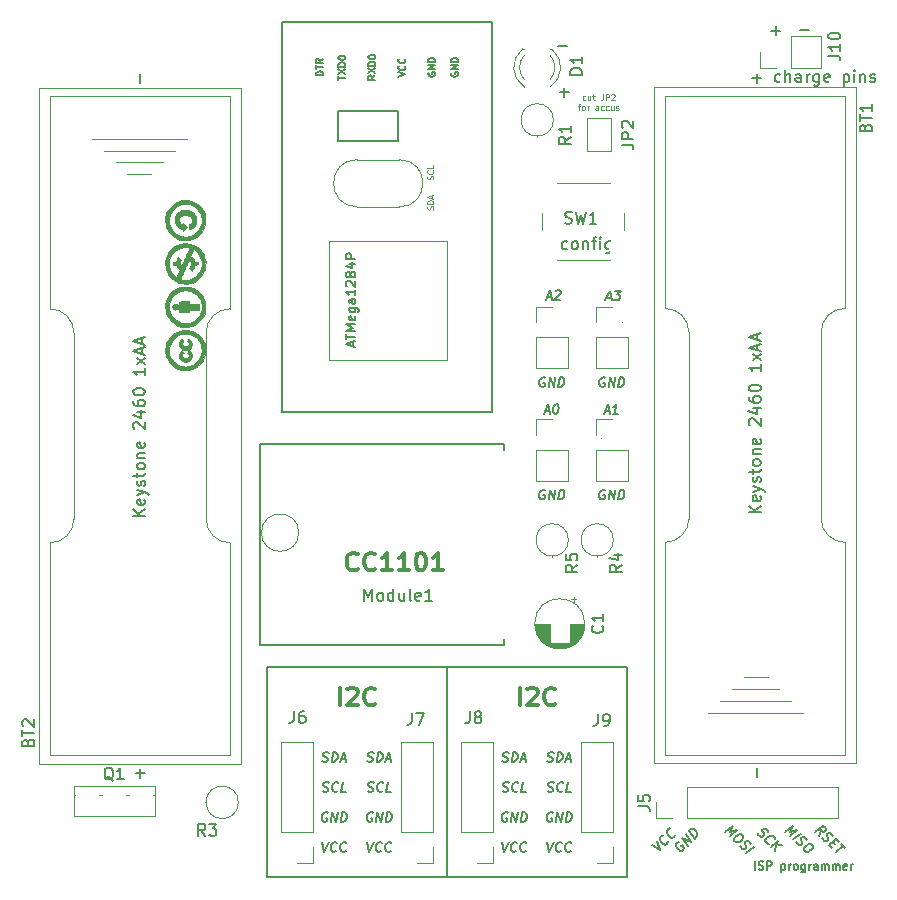
<source format=gbr>
G04 #@! TF.GenerationSoftware,KiCad,Pcbnew,5.1.10-88a1d61d58~88~ubuntu18.04.1*
G04 #@! TF.CreationDate,2021-10-13T16:55:58+02:00*
G04 #@! TF.ProjectId,HB-UNI-SEN-BATT_FUEL4EP,48422d55-4e49-42d5-9345-4e2d42415454,rev?*
G04 #@! TF.SameCoordinates,Original*
G04 #@! TF.FileFunction,Legend,Top*
G04 #@! TF.FilePolarity,Positive*
%FSLAX46Y46*%
G04 Gerber Fmt 4.6, Leading zero omitted, Abs format (unit mm)*
G04 Created by KiCad (PCBNEW 5.1.10-88a1d61d58~88~ubuntu18.04.1) date 2021-10-13 16:55:58*
%MOMM*%
%LPD*%
G01*
G04 APERTURE LIST*
%ADD10C,0.200000*%
%ADD11C,0.150000*%
%ADD12C,0.100000*%
%ADD13C,0.300000*%
%ADD14C,0.120000*%
%ADD15C,0.010000*%
%ADD16R,2.000000X2.000000*%
%ADD17C,2.000000*%
%ADD18C,2.640000*%
%ADD19C,0.700000*%
%ADD20C,4.400000*%
%ADD21R,1.500000X1.000000*%
%ADD22O,1.600000X1.600000*%
%ADD23C,1.600000*%
%ADD24O,1.717500X1.800000*%
%ADD25R,1.717500X1.800000*%
%ADD26C,1.800000*%
%ADD27R,1.800000X1.800000*%
%ADD28C,1.200000*%
%ADD29R,1.200000X1.200000*%
%ADD30C,3.000000*%
%ADD31C,1.350000*%
%ADD32R,1.800000X1.350000*%
%ADD33O,1.700000X1.700000*%
%ADD34R,1.700000X1.700000*%
G04 APERTURE END LIST*
D10*
X148585442Y-97902661D02*
X148490204Y-97950280D01*
X148299728Y-97950280D01*
X148204490Y-97902661D01*
X148156871Y-97855042D01*
X148109252Y-97759804D01*
X148109252Y-97474090D01*
X148156871Y-97378852D01*
X148204490Y-97331233D01*
X148299728Y-97283614D01*
X148490204Y-97283614D01*
X148585442Y-97331233D01*
X149156871Y-97950280D02*
X149061633Y-97902661D01*
X149014014Y-97855042D01*
X148966395Y-97759804D01*
X148966395Y-97474090D01*
X149014014Y-97378852D01*
X149061633Y-97331233D01*
X149156871Y-97283614D01*
X149299728Y-97283614D01*
X149394966Y-97331233D01*
X149442585Y-97378852D01*
X149490204Y-97474090D01*
X149490204Y-97759804D01*
X149442585Y-97855042D01*
X149394966Y-97902661D01*
X149299728Y-97950280D01*
X149156871Y-97950280D01*
X149918776Y-97283614D02*
X149918776Y-97950280D01*
X149918776Y-97378852D02*
X149966395Y-97331233D01*
X150061633Y-97283614D01*
X150204490Y-97283614D01*
X150299728Y-97331233D01*
X150347347Y-97426471D01*
X150347347Y-97950280D01*
X150680680Y-97283614D02*
X151061633Y-97283614D01*
X150823538Y-97950280D02*
X150823538Y-97093138D01*
X150871157Y-96997900D01*
X150966395Y-96950280D01*
X151061633Y-96950280D01*
X151394966Y-97950280D02*
X151394966Y-97283614D01*
X151394966Y-96950280D02*
X151347347Y-96997900D01*
X151394966Y-97045519D01*
X151442585Y-96997900D01*
X151394966Y-96950280D01*
X151394966Y-97045519D01*
X152299728Y-97283614D02*
X152299728Y-98093138D01*
X152252109Y-98188376D01*
X152204490Y-98235995D01*
X152109252Y-98283614D01*
X151966395Y-98283614D01*
X151871157Y-98235995D01*
X152299728Y-97902661D02*
X152204490Y-97950280D01*
X152014014Y-97950280D01*
X151918776Y-97902661D01*
X151871157Y-97855042D01*
X151823538Y-97759804D01*
X151823538Y-97474090D01*
X151871157Y-97378852D01*
X151918776Y-97331233D01*
X152014014Y-97283614D01*
X152204490Y-97283614D01*
X152299728Y-97331233D01*
D11*
X164492500Y-150481466D02*
X164492500Y-149781466D01*
X164792500Y-150448133D02*
X164892500Y-150481466D01*
X165059166Y-150481466D01*
X165125833Y-150448133D01*
X165159166Y-150414800D01*
X165192500Y-150348133D01*
X165192500Y-150281466D01*
X165159166Y-150214800D01*
X165125833Y-150181466D01*
X165059166Y-150148133D01*
X164925833Y-150114800D01*
X164859166Y-150081466D01*
X164825833Y-150048133D01*
X164792500Y-149981466D01*
X164792500Y-149914800D01*
X164825833Y-149848133D01*
X164859166Y-149814800D01*
X164925833Y-149781466D01*
X165092500Y-149781466D01*
X165192500Y-149814800D01*
X165492500Y-150481466D02*
X165492500Y-149781466D01*
X165759166Y-149781466D01*
X165825833Y-149814800D01*
X165859166Y-149848133D01*
X165892500Y-149914800D01*
X165892500Y-150014800D01*
X165859166Y-150081466D01*
X165825833Y-150114800D01*
X165759166Y-150148133D01*
X165492500Y-150148133D01*
X166725833Y-150014800D02*
X166725833Y-150714800D01*
X166725833Y-150048133D02*
X166792500Y-150014800D01*
X166925833Y-150014800D01*
X166992500Y-150048133D01*
X167025833Y-150081466D01*
X167059166Y-150148133D01*
X167059166Y-150348133D01*
X167025833Y-150414800D01*
X166992500Y-150448133D01*
X166925833Y-150481466D01*
X166792500Y-150481466D01*
X166725833Y-150448133D01*
X167359166Y-150481466D02*
X167359166Y-150014800D01*
X167359166Y-150148133D02*
X167392500Y-150081466D01*
X167425833Y-150048133D01*
X167492500Y-150014800D01*
X167559166Y-150014800D01*
X167892500Y-150481466D02*
X167825833Y-150448133D01*
X167792500Y-150414800D01*
X167759166Y-150348133D01*
X167759166Y-150148133D01*
X167792500Y-150081466D01*
X167825833Y-150048133D01*
X167892500Y-150014800D01*
X167992500Y-150014800D01*
X168059166Y-150048133D01*
X168092500Y-150081466D01*
X168125833Y-150148133D01*
X168125833Y-150348133D01*
X168092500Y-150414800D01*
X168059166Y-150448133D01*
X167992500Y-150481466D01*
X167892500Y-150481466D01*
X168725833Y-150014800D02*
X168725833Y-150581466D01*
X168692500Y-150648133D01*
X168659166Y-150681466D01*
X168592500Y-150714800D01*
X168492500Y-150714800D01*
X168425833Y-150681466D01*
X168725833Y-150448133D02*
X168659166Y-150481466D01*
X168525833Y-150481466D01*
X168459166Y-150448133D01*
X168425833Y-150414800D01*
X168392500Y-150348133D01*
X168392500Y-150148133D01*
X168425833Y-150081466D01*
X168459166Y-150048133D01*
X168525833Y-150014800D01*
X168659166Y-150014800D01*
X168725833Y-150048133D01*
X169059166Y-150481466D02*
X169059166Y-150014800D01*
X169059166Y-150148133D02*
X169092500Y-150081466D01*
X169125833Y-150048133D01*
X169192500Y-150014800D01*
X169259166Y-150014800D01*
X169792500Y-150481466D02*
X169792500Y-150114800D01*
X169759166Y-150048133D01*
X169692500Y-150014800D01*
X169559166Y-150014800D01*
X169492500Y-150048133D01*
X169792500Y-150448133D02*
X169725833Y-150481466D01*
X169559166Y-150481466D01*
X169492500Y-150448133D01*
X169459166Y-150381466D01*
X169459166Y-150314800D01*
X169492500Y-150248133D01*
X169559166Y-150214800D01*
X169725833Y-150214800D01*
X169792500Y-150181466D01*
X170125833Y-150481466D02*
X170125833Y-150014800D01*
X170125833Y-150081466D02*
X170159166Y-150048133D01*
X170225833Y-150014800D01*
X170325833Y-150014800D01*
X170392500Y-150048133D01*
X170425833Y-150114800D01*
X170425833Y-150481466D01*
X170425833Y-150114800D02*
X170459166Y-150048133D01*
X170525833Y-150014800D01*
X170625833Y-150014800D01*
X170692500Y-150048133D01*
X170725833Y-150114800D01*
X170725833Y-150481466D01*
X171059166Y-150481466D02*
X171059166Y-150014800D01*
X171059166Y-150081466D02*
X171092500Y-150048133D01*
X171159166Y-150014800D01*
X171259166Y-150014800D01*
X171325833Y-150048133D01*
X171359166Y-150114800D01*
X171359166Y-150481466D01*
X171359166Y-150114800D02*
X171392500Y-150048133D01*
X171459166Y-150014800D01*
X171559166Y-150014800D01*
X171625833Y-150048133D01*
X171659166Y-150114800D01*
X171659166Y-150481466D01*
X172259166Y-150448133D02*
X172192500Y-150481466D01*
X172059166Y-150481466D01*
X171992500Y-150448133D01*
X171959166Y-150381466D01*
X171959166Y-150114800D01*
X171992500Y-150048133D01*
X172059166Y-150014800D01*
X172192500Y-150014800D01*
X172259166Y-150048133D01*
X172292500Y-150114800D01*
X172292500Y-150181466D01*
X171959166Y-150248133D01*
X172592500Y-150481466D02*
X172592500Y-150014800D01*
X172592500Y-150148133D02*
X172625833Y-150081466D01*
X172659166Y-150048133D01*
X172725833Y-150014800D01*
X172792500Y-150014800D01*
D12*
X150130952Y-85277380D02*
X150083333Y-85301190D01*
X149988095Y-85301190D01*
X149940476Y-85277380D01*
X149916666Y-85253571D01*
X149892857Y-85205952D01*
X149892857Y-85063095D01*
X149916666Y-85015476D01*
X149940476Y-84991666D01*
X149988095Y-84967857D01*
X150083333Y-84967857D01*
X150130952Y-84991666D01*
X150559523Y-84967857D02*
X150559523Y-85301190D01*
X150345238Y-84967857D02*
X150345238Y-85229761D01*
X150369047Y-85277380D01*
X150416666Y-85301190D01*
X150488095Y-85301190D01*
X150535714Y-85277380D01*
X150559523Y-85253571D01*
X150726190Y-84967857D02*
X150916666Y-84967857D01*
X150797619Y-84801190D02*
X150797619Y-85229761D01*
X150821428Y-85277380D01*
X150869047Y-85301190D01*
X150916666Y-85301190D01*
X151607142Y-84801190D02*
X151607142Y-85158333D01*
X151583333Y-85229761D01*
X151535714Y-85277380D01*
X151464285Y-85301190D01*
X151416666Y-85301190D01*
X151845238Y-85301190D02*
X151845238Y-84801190D01*
X152035714Y-84801190D01*
X152083333Y-84825000D01*
X152107142Y-84848809D01*
X152130952Y-84896428D01*
X152130952Y-84967857D01*
X152107142Y-85015476D01*
X152083333Y-85039285D01*
X152035714Y-85063095D01*
X151845238Y-85063095D01*
X152321428Y-84848809D02*
X152345238Y-84825000D01*
X152392857Y-84801190D01*
X152511904Y-84801190D01*
X152559523Y-84825000D01*
X152583333Y-84848809D01*
X152607142Y-84896428D01*
X152607142Y-84944047D01*
X152583333Y-85015476D01*
X152297619Y-85301190D01*
X152607142Y-85301190D01*
X149500000Y-85817857D02*
X149690476Y-85817857D01*
X149571428Y-86151190D02*
X149571428Y-85722619D01*
X149595238Y-85675000D01*
X149642857Y-85651190D01*
X149690476Y-85651190D01*
X149928571Y-86151190D02*
X149880952Y-86127380D01*
X149857142Y-86103571D01*
X149833333Y-86055952D01*
X149833333Y-85913095D01*
X149857142Y-85865476D01*
X149880952Y-85841666D01*
X149928571Y-85817857D01*
X150000000Y-85817857D01*
X150047619Y-85841666D01*
X150071428Y-85865476D01*
X150095238Y-85913095D01*
X150095238Y-86055952D01*
X150071428Y-86103571D01*
X150047619Y-86127380D01*
X150000000Y-86151190D01*
X149928571Y-86151190D01*
X150309523Y-86151190D02*
X150309523Y-85817857D01*
X150309523Y-85913095D02*
X150333333Y-85865476D01*
X150357142Y-85841666D01*
X150404761Y-85817857D01*
X150452380Y-85817857D01*
X151214285Y-86151190D02*
X151214285Y-85889285D01*
X151190476Y-85841666D01*
X151142857Y-85817857D01*
X151047619Y-85817857D01*
X151000000Y-85841666D01*
X151214285Y-86127380D02*
X151166666Y-86151190D01*
X151047619Y-86151190D01*
X151000000Y-86127380D01*
X150976190Y-86079761D01*
X150976190Y-86032142D01*
X151000000Y-85984523D01*
X151047619Y-85960714D01*
X151166666Y-85960714D01*
X151214285Y-85936904D01*
X151666666Y-86127380D02*
X151619047Y-86151190D01*
X151523809Y-86151190D01*
X151476190Y-86127380D01*
X151452380Y-86103571D01*
X151428571Y-86055952D01*
X151428571Y-85913095D01*
X151452380Y-85865476D01*
X151476190Y-85841666D01*
X151523809Y-85817857D01*
X151619047Y-85817857D01*
X151666666Y-85841666D01*
X152095238Y-86127380D02*
X152047619Y-86151190D01*
X151952380Y-86151190D01*
X151904761Y-86127380D01*
X151880952Y-86103571D01*
X151857142Y-86055952D01*
X151857142Y-85913095D01*
X151880952Y-85865476D01*
X151904761Y-85841666D01*
X151952380Y-85817857D01*
X152047619Y-85817857D01*
X152095238Y-85841666D01*
X152523809Y-85817857D02*
X152523809Y-86151190D01*
X152309523Y-85817857D02*
X152309523Y-86079761D01*
X152333333Y-86127380D01*
X152380952Y-86151190D01*
X152452380Y-86151190D01*
X152500000Y-86127380D01*
X152523809Y-86103571D01*
X152738095Y-86127380D02*
X152785714Y-86151190D01*
X152880952Y-86151190D01*
X152928571Y-86127380D01*
X152952380Y-86079761D01*
X152952380Y-86055952D01*
X152928571Y-86008333D01*
X152880952Y-85984523D01*
X152809523Y-85984523D01*
X152761904Y-85960714D01*
X152738095Y-85913095D01*
X152738095Y-85889285D01*
X152761904Y-85841666D01*
X152809523Y-85817857D01*
X152880952Y-85817857D01*
X152928571Y-85841666D01*
D11*
X166622885Y-83742161D02*
X166527647Y-83789780D01*
X166337171Y-83789780D01*
X166241933Y-83742161D01*
X166194314Y-83694542D01*
X166146695Y-83599304D01*
X166146695Y-83313590D01*
X166194314Y-83218352D01*
X166241933Y-83170733D01*
X166337171Y-83123114D01*
X166527647Y-83123114D01*
X166622885Y-83170733D01*
X167051457Y-83789780D02*
X167051457Y-82789780D01*
X167480028Y-83789780D02*
X167480028Y-83265971D01*
X167432409Y-83170733D01*
X167337171Y-83123114D01*
X167194314Y-83123114D01*
X167099076Y-83170733D01*
X167051457Y-83218352D01*
X168384790Y-83789780D02*
X168384790Y-83265971D01*
X168337171Y-83170733D01*
X168241933Y-83123114D01*
X168051457Y-83123114D01*
X167956219Y-83170733D01*
X168384790Y-83742161D02*
X168289552Y-83789780D01*
X168051457Y-83789780D01*
X167956219Y-83742161D01*
X167908600Y-83646923D01*
X167908600Y-83551685D01*
X167956219Y-83456447D01*
X168051457Y-83408828D01*
X168289552Y-83408828D01*
X168384790Y-83361209D01*
X168860980Y-83789780D02*
X168860980Y-83123114D01*
X168860980Y-83313590D02*
X168908600Y-83218352D01*
X168956219Y-83170733D01*
X169051457Y-83123114D01*
X169146695Y-83123114D01*
X169908600Y-83123114D02*
X169908600Y-83932638D01*
X169860980Y-84027876D01*
X169813361Y-84075495D01*
X169718123Y-84123114D01*
X169575266Y-84123114D01*
X169480028Y-84075495D01*
X169908600Y-83742161D02*
X169813361Y-83789780D01*
X169622885Y-83789780D01*
X169527647Y-83742161D01*
X169480028Y-83694542D01*
X169432409Y-83599304D01*
X169432409Y-83313590D01*
X169480028Y-83218352D01*
X169527647Y-83170733D01*
X169622885Y-83123114D01*
X169813361Y-83123114D01*
X169908600Y-83170733D01*
X170765742Y-83742161D02*
X170670504Y-83789780D01*
X170480028Y-83789780D01*
X170384790Y-83742161D01*
X170337171Y-83646923D01*
X170337171Y-83265971D01*
X170384790Y-83170733D01*
X170480028Y-83123114D01*
X170670504Y-83123114D01*
X170765742Y-83170733D01*
X170813361Y-83265971D01*
X170813361Y-83361209D01*
X170337171Y-83456447D01*
X172003838Y-83123114D02*
X172003838Y-84123114D01*
X172003838Y-83170733D02*
X172099076Y-83123114D01*
X172289552Y-83123114D01*
X172384790Y-83170733D01*
X172432409Y-83218352D01*
X172480028Y-83313590D01*
X172480028Y-83599304D01*
X172432409Y-83694542D01*
X172384790Y-83742161D01*
X172289552Y-83789780D01*
X172099076Y-83789780D01*
X172003838Y-83742161D01*
X172908600Y-83789780D02*
X172908600Y-83123114D01*
X172908600Y-82789780D02*
X172860980Y-82837400D01*
X172908600Y-82885019D01*
X172956219Y-82837400D01*
X172908600Y-82789780D01*
X172908600Y-82885019D01*
X173384790Y-83123114D02*
X173384790Y-83789780D01*
X173384790Y-83218352D02*
X173432409Y-83170733D01*
X173527647Y-83123114D01*
X173670504Y-83123114D01*
X173765742Y-83170733D01*
X173813361Y-83265971D01*
X173813361Y-83789780D01*
X174241933Y-83742161D02*
X174337171Y-83789780D01*
X174527647Y-83789780D01*
X174622885Y-83742161D01*
X174670504Y-83646923D01*
X174670504Y-83599304D01*
X174622885Y-83504066D01*
X174527647Y-83456447D01*
X174384790Y-83456447D01*
X174289552Y-83408828D01*
X174241933Y-83313590D01*
X174241933Y-83265971D01*
X174289552Y-83170733D01*
X174384790Y-83123114D01*
X174527647Y-83123114D01*
X174622885Y-83170733D01*
X168300447Y-79395628D02*
X169062352Y-79395628D01*
X165862047Y-79459128D02*
X166623952Y-79459128D01*
X166243000Y-79840080D02*
X166243000Y-79078176D01*
X147828047Y-80716428D02*
X148589952Y-80716428D01*
X147955047Y-84653428D02*
X148716952Y-84653428D01*
X148336000Y-85034380D02*
X148336000Y-84272476D01*
D13*
X130842142Y-124995714D02*
X130770714Y-125067142D01*
X130556428Y-125138571D01*
X130413571Y-125138571D01*
X130199285Y-125067142D01*
X130056428Y-124924285D01*
X129985000Y-124781428D01*
X129913571Y-124495714D01*
X129913571Y-124281428D01*
X129985000Y-123995714D01*
X130056428Y-123852857D01*
X130199285Y-123710000D01*
X130413571Y-123638571D01*
X130556428Y-123638571D01*
X130770714Y-123710000D01*
X130842142Y-123781428D01*
X132342142Y-124995714D02*
X132270714Y-125067142D01*
X132056428Y-125138571D01*
X131913571Y-125138571D01*
X131699285Y-125067142D01*
X131556428Y-124924285D01*
X131485000Y-124781428D01*
X131413571Y-124495714D01*
X131413571Y-124281428D01*
X131485000Y-123995714D01*
X131556428Y-123852857D01*
X131699285Y-123710000D01*
X131913571Y-123638571D01*
X132056428Y-123638571D01*
X132270714Y-123710000D01*
X132342142Y-123781428D01*
X133770714Y-125138571D02*
X132913571Y-125138571D01*
X133342142Y-125138571D02*
X133342142Y-123638571D01*
X133199285Y-123852857D01*
X133056428Y-123995714D01*
X132913571Y-124067142D01*
X135199285Y-125138571D02*
X134342142Y-125138571D01*
X134770714Y-125138571D02*
X134770714Y-123638571D01*
X134627857Y-123852857D01*
X134485000Y-123995714D01*
X134342142Y-124067142D01*
X136127857Y-123638571D02*
X136270714Y-123638571D01*
X136413571Y-123710000D01*
X136485000Y-123781428D01*
X136556428Y-123924285D01*
X136627857Y-124210000D01*
X136627857Y-124567142D01*
X136556428Y-124852857D01*
X136485000Y-124995714D01*
X136413571Y-125067142D01*
X136270714Y-125138571D01*
X136127857Y-125138571D01*
X135985000Y-125067142D01*
X135913571Y-124995714D01*
X135842142Y-124852857D01*
X135770714Y-124567142D01*
X135770714Y-124210000D01*
X135842142Y-123924285D01*
X135913571Y-123781428D01*
X135985000Y-123710000D01*
X136127857Y-123638571D01*
X138056428Y-125138571D02*
X137199285Y-125138571D01*
X137627857Y-125138571D02*
X137627857Y-123638571D01*
X137485000Y-123852857D01*
X137342142Y-123995714D01*
X137199285Y-124067142D01*
X144585714Y-136568571D02*
X144585714Y-135068571D01*
X145228571Y-135211428D02*
X145300000Y-135140000D01*
X145442857Y-135068571D01*
X145800000Y-135068571D01*
X145942857Y-135140000D01*
X146014285Y-135211428D01*
X146085714Y-135354285D01*
X146085714Y-135497142D01*
X146014285Y-135711428D01*
X145157142Y-136568571D01*
X146085714Y-136568571D01*
X147585714Y-136425714D02*
X147514285Y-136497142D01*
X147300000Y-136568571D01*
X147157142Y-136568571D01*
X146942857Y-136497142D01*
X146800000Y-136354285D01*
X146728571Y-136211428D01*
X146657142Y-135925714D01*
X146657142Y-135711428D01*
X146728571Y-135425714D01*
X146800000Y-135282857D01*
X146942857Y-135140000D01*
X147157142Y-135068571D01*
X147300000Y-135068571D01*
X147514285Y-135140000D01*
X147585714Y-135211428D01*
X129345714Y-136568571D02*
X129345714Y-135068571D01*
X129988571Y-135211428D02*
X130060000Y-135140000D01*
X130202857Y-135068571D01*
X130560000Y-135068571D01*
X130702857Y-135140000D01*
X130774285Y-135211428D01*
X130845714Y-135354285D01*
X130845714Y-135497142D01*
X130774285Y-135711428D01*
X129917142Y-136568571D01*
X130845714Y-136568571D01*
X132345714Y-136425714D02*
X132274285Y-136497142D01*
X132060000Y-136568571D01*
X131917142Y-136568571D01*
X131702857Y-136497142D01*
X131560000Y-136354285D01*
X131488571Y-136211428D01*
X131417142Y-135925714D01*
X131417142Y-135711428D01*
X131488571Y-135425714D01*
X131560000Y-135282857D01*
X131702857Y-135140000D01*
X131917142Y-135068571D01*
X132060000Y-135068571D01*
X132274285Y-135140000D01*
X132345714Y-135211428D01*
D11*
X169935125Y-147586936D02*
X170049609Y-147162672D01*
X169611876Y-147263687D02*
X170248272Y-146768712D01*
X170463772Y-146984211D01*
X170487342Y-147061656D01*
X170483975Y-147112164D01*
X170450303Y-147186242D01*
X170359389Y-147256953D01*
X170271843Y-147277156D01*
X170214601Y-147273788D01*
X170130421Y-147243484D01*
X169914922Y-147027985D01*
X170180929Y-147778865D02*
X170231436Y-147883247D01*
X170366123Y-148017934D01*
X170450303Y-148048239D01*
X170507545Y-148051606D01*
X170595091Y-148031403D01*
X170655701Y-147984262D01*
X170689372Y-147910185D01*
X170692739Y-147859677D01*
X170669169Y-147782232D01*
X170591724Y-147650912D01*
X170568154Y-147573467D01*
X170571521Y-147522959D01*
X170605193Y-147448882D01*
X170665802Y-147401741D01*
X170753349Y-147381538D01*
X170810591Y-147384905D01*
X170894770Y-147415210D01*
X171029457Y-147549897D01*
X171079965Y-147654279D01*
X171049660Y-148108848D02*
X171238222Y-148297410D01*
X170985684Y-148637494D02*
X170716310Y-148368120D01*
X171352706Y-147873146D01*
X171622080Y-148142520D01*
X171783704Y-148304144D02*
X172106953Y-148627393D01*
X171308933Y-148960743D02*
X171945329Y-148465768D01*
X167071876Y-147263687D02*
X167708272Y-146768712D01*
X167442266Y-147310827D01*
X168085396Y-147145836D01*
X167449000Y-147640810D01*
X167718374Y-147910185D02*
X168354770Y-147415210D01*
X167991115Y-148129051D02*
X168041623Y-148233433D01*
X168176310Y-148368120D01*
X168260489Y-148398425D01*
X168317731Y-148401792D01*
X168405278Y-148381589D01*
X168465887Y-148334449D01*
X168499559Y-148260371D01*
X168502926Y-148209863D01*
X168479355Y-148132418D01*
X168401910Y-148001098D01*
X168378340Y-147923653D01*
X168381707Y-147873146D01*
X168415379Y-147799068D01*
X168475988Y-147751927D01*
X168563535Y-147731724D01*
X168620777Y-147735091D01*
X168704956Y-147765396D01*
X168839643Y-147900083D01*
X168890151Y-148004465D01*
X169270642Y-148331081D02*
X169378391Y-148438831D01*
X169401961Y-148516276D01*
X169395227Y-148617291D01*
X169300946Y-148738510D01*
X169088814Y-148903501D01*
X168940658Y-148970845D01*
X168826175Y-148964110D01*
X168741995Y-148933806D01*
X168634246Y-148826056D01*
X168610675Y-148748611D01*
X168617410Y-148647596D01*
X168711691Y-148526378D01*
X168923823Y-148361386D01*
X169071978Y-148294042D01*
X169186462Y-148300777D01*
X169270642Y-148331081D01*
X164723805Y-147401741D02*
X164774313Y-147506123D01*
X164909000Y-147640810D01*
X164993179Y-147671115D01*
X165050421Y-147674482D01*
X165137968Y-147654279D01*
X165198577Y-147607139D01*
X165232249Y-147533061D01*
X165235616Y-147482553D01*
X165212046Y-147405108D01*
X165134601Y-147273788D01*
X165111030Y-147196343D01*
X165114398Y-147145836D01*
X165148069Y-147071758D01*
X165208678Y-147024617D01*
X165296225Y-147004414D01*
X165353467Y-147007782D01*
X165437646Y-147038086D01*
X165572333Y-147172773D01*
X165622841Y-147277156D01*
X165643044Y-148267105D02*
X165585802Y-148263738D01*
X165474685Y-148206496D01*
X165420810Y-148152621D01*
X165370303Y-148048239D01*
X165377037Y-147947223D01*
X165410709Y-147873146D01*
X165504990Y-147751927D01*
X165595904Y-147681217D01*
X165744059Y-147613873D01*
X165831606Y-147593670D01*
X165946090Y-147600404D01*
X166057207Y-147657646D01*
X166111081Y-147711521D01*
X166161589Y-147815904D01*
X166158222Y-147866411D01*
X165824872Y-148556682D02*
X166461268Y-148061707D01*
X166148120Y-148879931D02*
X166269339Y-148354652D01*
X166784516Y-148384956D02*
X166097613Y-148344550D01*
X161991876Y-147263687D02*
X162628272Y-146768712D01*
X162362266Y-147310827D01*
X163005396Y-147145836D01*
X162369000Y-147640810D01*
X163382520Y-147522959D02*
X163490269Y-147630709D01*
X163513839Y-147708154D01*
X163507105Y-147809169D01*
X163412824Y-147930388D01*
X163200692Y-148095379D01*
X163052536Y-148162723D01*
X162938052Y-148155988D01*
X162853873Y-148125684D01*
X162746123Y-148017934D01*
X162722553Y-147940489D01*
X162729288Y-147839474D01*
X162823569Y-147718256D01*
X163035701Y-147553264D01*
X163183856Y-147485920D01*
X163298340Y-147492655D01*
X163382520Y-147522959D01*
X163234364Y-148452300D02*
X163284872Y-148556682D01*
X163419559Y-148691369D01*
X163503738Y-148721674D01*
X163560980Y-148725041D01*
X163648526Y-148704838D01*
X163709136Y-148657697D01*
X163742807Y-148583620D01*
X163746175Y-148533112D01*
X163722604Y-148455667D01*
X163645159Y-148324347D01*
X163621589Y-148246902D01*
X163624956Y-148196394D01*
X163658628Y-148122317D01*
X163719237Y-148075176D01*
X163806784Y-148054973D01*
X163864026Y-148058340D01*
X163948205Y-148088645D01*
X164082892Y-148223332D01*
X164133400Y-148327714D01*
X163769745Y-149041555D02*
X164406141Y-148546581D01*
X158045218Y-148094095D02*
X157967773Y-148117666D01*
X157886961Y-148198478D01*
X157829719Y-148309595D01*
X157822985Y-148424079D01*
X157843188Y-148511625D01*
X157910531Y-148659781D01*
X157981242Y-148750695D01*
X158102460Y-148844975D01*
X158176538Y-148878647D01*
X158277553Y-148885382D01*
X158381936Y-148834874D01*
X158435810Y-148780999D01*
X158493052Y-148669882D01*
X158496420Y-148612640D01*
X158331428Y-148400508D01*
X158223678Y-148508258D01*
X158785997Y-148430813D02*
X158291022Y-147794417D01*
X159109246Y-148107564D01*
X158614271Y-147471168D01*
X159378620Y-147838190D02*
X158883645Y-147201794D01*
X159018332Y-147067107D01*
X159122714Y-147016599D01*
X159223729Y-147023334D01*
X159297807Y-147057005D01*
X159419026Y-147151286D01*
X159489736Y-147242200D01*
X159557080Y-147390356D01*
X159577283Y-147477902D01*
X159570549Y-147592386D01*
X159513307Y-147703503D01*
X159378620Y-147838190D01*
X155793399Y-148387040D02*
X156476936Y-148834874D01*
X156170523Y-148009916D01*
X157130168Y-148073892D02*
X157126800Y-148131134D01*
X157069559Y-148242251D01*
X157015684Y-148296126D01*
X156911301Y-148346634D01*
X156810286Y-148339899D01*
X156736208Y-148306227D01*
X156614990Y-148211947D01*
X156544279Y-148121033D01*
X156476936Y-147972877D01*
X156456733Y-147885331D01*
X156463467Y-147770847D01*
X156520709Y-147659730D01*
X156574584Y-147605855D01*
X156678966Y-147555347D01*
X156729474Y-147558715D01*
X157695853Y-147508207D02*
X157692486Y-147565449D01*
X157635244Y-147676566D01*
X157581369Y-147730440D01*
X157476987Y-147780948D01*
X157375971Y-147774214D01*
X157301894Y-147740542D01*
X157180675Y-147646261D01*
X157109965Y-147555347D01*
X157042621Y-147407192D01*
X157022418Y-147319645D01*
X157029152Y-147205161D01*
X157086394Y-147094044D01*
X157140269Y-147040170D01*
X157244652Y-146989662D01*
X157295159Y-146993029D01*
X151914717Y-102033333D02*
X152295669Y-102033333D01*
X151809955Y-102261904D02*
X152176622Y-101461904D01*
X152343288Y-102261904D01*
X152633764Y-101461904D02*
X153129002Y-101461904D01*
X152824241Y-101766666D01*
X152938526Y-101766666D01*
X153009955Y-101804761D01*
X153043288Y-101842857D01*
X153071860Y-101919047D01*
X153048050Y-102109523D01*
X153000431Y-102185714D01*
X152957574Y-102223809D01*
X152876622Y-102261904D01*
X152648050Y-102261904D01*
X152576622Y-102223809D01*
X152543288Y-102185714D01*
X146864717Y-102003333D02*
X147245669Y-102003333D01*
X146759955Y-102231904D02*
X147126622Y-101431904D01*
X147293288Y-102231904D01*
X147612336Y-101508095D02*
X147655193Y-101470000D01*
X147736145Y-101431904D01*
X147926622Y-101431904D01*
X147998050Y-101470000D01*
X148031383Y-101508095D01*
X148059955Y-101584285D01*
X148050431Y-101660476D01*
X147998050Y-101774761D01*
X147483764Y-102231904D01*
X147979002Y-102231904D01*
X151774717Y-111653333D02*
X152155669Y-111653333D01*
X151669955Y-111881904D02*
X152036622Y-111081904D01*
X152203288Y-111881904D01*
X152889002Y-111881904D02*
X152431860Y-111881904D01*
X152660431Y-111881904D02*
X152760431Y-111081904D01*
X152669955Y-111196190D01*
X152584241Y-111272380D01*
X152503288Y-111310476D01*
X146694717Y-111653333D02*
X147075669Y-111653333D01*
X146589955Y-111881904D02*
X146956622Y-111081904D01*
X147123288Y-111881904D01*
X147642336Y-111081904D02*
X147718526Y-111081904D01*
X147789955Y-111120000D01*
X147823288Y-111158095D01*
X147851860Y-111234285D01*
X147870907Y-111386666D01*
X147847098Y-111577142D01*
X147789955Y-111729523D01*
X147742336Y-111805714D01*
X147699479Y-111843809D01*
X147618526Y-111881904D01*
X147542336Y-111881904D01*
X147470907Y-111843809D01*
X147437574Y-111805714D01*
X147409002Y-111729523D01*
X147389955Y-111577142D01*
X147413764Y-111386666D01*
X147470907Y-111234285D01*
X147518526Y-111158095D01*
X147561383Y-111120000D01*
X147642336Y-111081904D01*
X146723288Y-108820000D02*
X146651860Y-108781904D01*
X146537574Y-108781904D01*
X146418526Y-108820000D01*
X146332812Y-108896190D01*
X146285193Y-108972380D01*
X146228050Y-109124761D01*
X146213764Y-109239047D01*
X146232812Y-109391428D01*
X146261383Y-109467619D01*
X146328050Y-109543809D01*
X146437574Y-109581904D01*
X146513764Y-109581904D01*
X146632812Y-109543809D01*
X146675669Y-109505714D01*
X146709002Y-109239047D01*
X146556622Y-109239047D01*
X147009002Y-109581904D02*
X147109002Y-108781904D01*
X147466145Y-109581904D01*
X147566145Y-108781904D01*
X147847098Y-109581904D02*
X147947098Y-108781904D01*
X148137574Y-108781904D01*
X148247098Y-108820000D01*
X148313764Y-108896190D01*
X148342336Y-108972380D01*
X148361383Y-109124761D01*
X148347098Y-109239047D01*
X148289955Y-109391428D01*
X148242336Y-109467619D01*
X148156622Y-109543809D01*
X148037574Y-109581904D01*
X147847098Y-109581904D01*
X151803288Y-108820000D02*
X151731860Y-108781904D01*
X151617574Y-108781904D01*
X151498526Y-108820000D01*
X151412812Y-108896190D01*
X151365193Y-108972380D01*
X151308050Y-109124761D01*
X151293764Y-109239047D01*
X151312812Y-109391428D01*
X151341383Y-109467619D01*
X151408050Y-109543809D01*
X151517574Y-109581904D01*
X151593764Y-109581904D01*
X151712812Y-109543809D01*
X151755669Y-109505714D01*
X151789002Y-109239047D01*
X151636622Y-109239047D01*
X152089002Y-109581904D02*
X152189002Y-108781904D01*
X152546145Y-109581904D01*
X152646145Y-108781904D01*
X152927098Y-109581904D02*
X153027098Y-108781904D01*
X153217574Y-108781904D01*
X153327098Y-108820000D01*
X153393764Y-108896190D01*
X153422336Y-108972380D01*
X153441383Y-109124761D01*
X153427098Y-109239047D01*
X153369955Y-109391428D01*
X153322336Y-109467619D01*
X153236622Y-109543809D01*
X153117574Y-109581904D01*
X152927098Y-109581904D01*
X151803288Y-118345000D02*
X151731860Y-118306904D01*
X151617574Y-118306904D01*
X151498526Y-118345000D01*
X151412812Y-118421190D01*
X151365193Y-118497380D01*
X151308050Y-118649761D01*
X151293764Y-118764047D01*
X151312812Y-118916428D01*
X151341383Y-118992619D01*
X151408050Y-119068809D01*
X151517574Y-119106904D01*
X151593764Y-119106904D01*
X151712812Y-119068809D01*
X151755669Y-119030714D01*
X151789002Y-118764047D01*
X151636622Y-118764047D01*
X152089002Y-119106904D02*
X152189002Y-118306904D01*
X152546145Y-119106904D01*
X152646145Y-118306904D01*
X152927098Y-119106904D02*
X153027098Y-118306904D01*
X153217574Y-118306904D01*
X153327098Y-118345000D01*
X153393764Y-118421190D01*
X153422336Y-118497380D01*
X153441383Y-118649761D01*
X153427098Y-118764047D01*
X153369955Y-118916428D01*
X153322336Y-118992619D01*
X153236622Y-119068809D01*
X153117574Y-119106904D01*
X152927098Y-119106904D01*
X146723288Y-118345000D02*
X146651860Y-118306904D01*
X146537574Y-118306904D01*
X146418526Y-118345000D01*
X146332812Y-118421190D01*
X146285193Y-118497380D01*
X146228050Y-118649761D01*
X146213764Y-118764047D01*
X146232812Y-118916428D01*
X146261383Y-118992619D01*
X146328050Y-119068809D01*
X146437574Y-119106904D01*
X146513764Y-119106904D01*
X146632812Y-119068809D01*
X146675669Y-119030714D01*
X146709002Y-118764047D01*
X146556622Y-118764047D01*
X147009002Y-119106904D02*
X147109002Y-118306904D01*
X147466145Y-119106904D01*
X147566145Y-118306904D01*
X147847098Y-119106904D02*
X147947098Y-118306904D01*
X148137574Y-118306904D01*
X148247098Y-118345000D01*
X148313764Y-118421190D01*
X148342336Y-118497380D01*
X148361383Y-118649761D01*
X148347098Y-118764047D01*
X148289955Y-118916428D01*
X148242336Y-118992619D01*
X148156622Y-119068809D01*
X148037574Y-119106904D01*
X147847098Y-119106904D01*
X146905907Y-148151904D02*
X147072574Y-148951904D01*
X147439241Y-148151904D01*
X148072574Y-148875714D02*
X148029717Y-148913809D01*
X147910669Y-148951904D01*
X147834479Y-148951904D01*
X147724955Y-148913809D01*
X147658288Y-148837619D01*
X147629717Y-148761428D01*
X147610669Y-148609047D01*
X147624955Y-148494761D01*
X147682098Y-148342380D01*
X147729717Y-148266190D01*
X147815431Y-148190000D01*
X147934479Y-148151904D01*
X148010669Y-148151904D01*
X148120193Y-148190000D01*
X148153526Y-148228095D01*
X148872574Y-148875714D02*
X148829717Y-148913809D01*
X148710669Y-148951904D01*
X148634479Y-148951904D01*
X148524955Y-148913809D01*
X148458288Y-148837619D01*
X148429717Y-148761428D01*
X148410669Y-148609047D01*
X148424955Y-148494761D01*
X148482098Y-148342380D01*
X148529717Y-148266190D01*
X148615431Y-148190000D01*
X148734479Y-148151904D01*
X148810669Y-148151904D01*
X148920193Y-148190000D01*
X148953526Y-148228095D01*
X147358288Y-145650000D02*
X147286860Y-145611904D01*
X147172574Y-145611904D01*
X147053526Y-145650000D01*
X146967812Y-145726190D01*
X146920193Y-145802380D01*
X146863050Y-145954761D01*
X146848764Y-146069047D01*
X146867812Y-146221428D01*
X146896383Y-146297619D01*
X146963050Y-146373809D01*
X147072574Y-146411904D01*
X147148764Y-146411904D01*
X147267812Y-146373809D01*
X147310669Y-146335714D01*
X147344002Y-146069047D01*
X147191622Y-146069047D01*
X147644002Y-146411904D02*
X147744002Y-145611904D01*
X148101145Y-146411904D01*
X148201145Y-145611904D01*
X148482098Y-146411904D02*
X148582098Y-145611904D01*
X148772574Y-145611904D01*
X148882098Y-145650000D01*
X148948764Y-145726190D01*
X148977336Y-145802380D01*
X148996383Y-145954761D01*
X148982098Y-146069047D01*
X148924955Y-146221428D01*
X148877336Y-146297619D01*
X148791622Y-146373809D01*
X148672574Y-146411904D01*
X148482098Y-146411904D01*
X146924955Y-143833809D02*
X147034479Y-143871904D01*
X147224955Y-143871904D01*
X147305907Y-143833809D01*
X147348764Y-143795714D01*
X147396383Y-143719523D01*
X147405907Y-143643333D01*
X147377336Y-143567142D01*
X147344002Y-143529047D01*
X147272574Y-143490952D01*
X147124955Y-143452857D01*
X147053526Y-143414761D01*
X147020193Y-143376666D01*
X146991622Y-143300476D01*
X147001145Y-143224285D01*
X147048764Y-143148095D01*
X147091622Y-143110000D01*
X147172574Y-143071904D01*
X147363050Y-143071904D01*
X147472574Y-143110000D01*
X148186860Y-143795714D02*
X148144002Y-143833809D01*
X148024955Y-143871904D01*
X147948764Y-143871904D01*
X147839241Y-143833809D01*
X147772574Y-143757619D01*
X147744002Y-143681428D01*
X147724955Y-143529047D01*
X147739241Y-143414761D01*
X147796383Y-143262380D01*
X147844002Y-143186190D01*
X147929717Y-143110000D01*
X148048764Y-143071904D01*
X148124955Y-143071904D01*
X148234479Y-143110000D01*
X148267812Y-143148095D01*
X148901145Y-143871904D02*
X148520193Y-143871904D01*
X148620193Y-143071904D01*
X146905907Y-141293809D02*
X147015431Y-141331904D01*
X147205907Y-141331904D01*
X147286860Y-141293809D01*
X147329717Y-141255714D01*
X147377336Y-141179523D01*
X147386860Y-141103333D01*
X147358288Y-141027142D01*
X147324955Y-140989047D01*
X147253526Y-140950952D01*
X147105907Y-140912857D01*
X147034479Y-140874761D01*
X147001145Y-140836666D01*
X146972574Y-140760476D01*
X146982098Y-140684285D01*
X147029717Y-140608095D01*
X147072574Y-140570000D01*
X147153526Y-140531904D01*
X147344002Y-140531904D01*
X147453526Y-140570000D01*
X147701145Y-141331904D02*
X147801145Y-140531904D01*
X147991622Y-140531904D01*
X148101145Y-140570000D01*
X148167812Y-140646190D01*
X148196383Y-140722380D01*
X148215431Y-140874761D01*
X148201145Y-140989047D01*
X148144002Y-141141428D01*
X148096383Y-141217619D01*
X148010669Y-141293809D01*
X147891622Y-141331904D01*
X147701145Y-141331904D01*
X148491622Y-141103333D02*
X148872574Y-141103333D01*
X148386860Y-141331904D02*
X148753526Y-140531904D01*
X148920193Y-141331904D01*
X143095907Y-148151904D02*
X143262574Y-148951904D01*
X143629241Y-148151904D01*
X144262574Y-148875714D02*
X144219717Y-148913809D01*
X144100669Y-148951904D01*
X144024479Y-148951904D01*
X143914955Y-148913809D01*
X143848288Y-148837619D01*
X143819717Y-148761428D01*
X143800669Y-148609047D01*
X143814955Y-148494761D01*
X143872098Y-148342380D01*
X143919717Y-148266190D01*
X144005431Y-148190000D01*
X144124479Y-148151904D01*
X144200669Y-148151904D01*
X144310193Y-148190000D01*
X144343526Y-148228095D01*
X145062574Y-148875714D02*
X145019717Y-148913809D01*
X144900669Y-148951904D01*
X144824479Y-148951904D01*
X144714955Y-148913809D01*
X144648288Y-148837619D01*
X144619717Y-148761428D01*
X144600669Y-148609047D01*
X144614955Y-148494761D01*
X144672098Y-148342380D01*
X144719717Y-148266190D01*
X144805431Y-148190000D01*
X144924479Y-148151904D01*
X145000669Y-148151904D01*
X145110193Y-148190000D01*
X145143526Y-148228095D01*
X143548288Y-145650000D02*
X143476860Y-145611904D01*
X143362574Y-145611904D01*
X143243526Y-145650000D01*
X143157812Y-145726190D01*
X143110193Y-145802380D01*
X143053050Y-145954761D01*
X143038764Y-146069047D01*
X143057812Y-146221428D01*
X143086383Y-146297619D01*
X143153050Y-146373809D01*
X143262574Y-146411904D01*
X143338764Y-146411904D01*
X143457812Y-146373809D01*
X143500669Y-146335714D01*
X143534002Y-146069047D01*
X143381622Y-146069047D01*
X143834002Y-146411904D02*
X143934002Y-145611904D01*
X144291145Y-146411904D01*
X144391145Y-145611904D01*
X144672098Y-146411904D02*
X144772098Y-145611904D01*
X144962574Y-145611904D01*
X145072098Y-145650000D01*
X145138764Y-145726190D01*
X145167336Y-145802380D01*
X145186383Y-145954761D01*
X145172098Y-146069047D01*
X145114955Y-146221428D01*
X145067336Y-146297619D01*
X144981622Y-146373809D01*
X144862574Y-146411904D01*
X144672098Y-146411904D01*
X143114955Y-143833809D02*
X143224479Y-143871904D01*
X143414955Y-143871904D01*
X143495907Y-143833809D01*
X143538764Y-143795714D01*
X143586383Y-143719523D01*
X143595907Y-143643333D01*
X143567336Y-143567142D01*
X143534002Y-143529047D01*
X143462574Y-143490952D01*
X143314955Y-143452857D01*
X143243526Y-143414761D01*
X143210193Y-143376666D01*
X143181622Y-143300476D01*
X143191145Y-143224285D01*
X143238764Y-143148095D01*
X143281622Y-143110000D01*
X143362574Y-143071904D01*
X143553050Y-143071904D01*
X143662574Y-143110000D01*
X144376860Y-143795714D02*
X144334002Y-143833809D01*
X144214955Y-143871904D01*
X144138764Y-143871904D01*
X144029241Y-143833809D01*
X143962574Y-143757619D01*
X143934002Y-143681428D01*
X143914955Y-143529047D01*
X143929241Y-143414761D01*
X143986383Y-143262380D01*
X144034002Y-143186190D01*
X144119717Y-143110000D01*
X144238764Y-143071904D01*
X144314955Y-143071904D01*
X144424479Y-143110000D01*
X144457812Y-143148095D01*
X145091145Y-143871904D02*
X144710193Y-143871904D01*
X144810193Y-143071904D01*
X143095907Y-141293809D02*
X143205431Y-141331904D01*
X143395907Y-141331904D01*
X143476860Y-141293809D01*
X143519717Y-141255714D01*
X143567336Y-141179523D01*
X143576860Y-141103333D01*
X143548288Y-141027142D01*
X143514955Y-140989047D01*
X143443526Y-140950952D01*
X143295907Y-140912857D01*
X143224479Y-140874761D01*
X143191145Y-140836666D01*
X143162574Y-140760476D01*
X143172098Y-140684285D01*
X143219717Y-140608095D01*
X143262574Y-140570000D01*
X143343526Y-140531904D01*
X143534002Y-140531904D01*
X143643526Y-140570000D01*
X143891145Y-141331904D02*
X143991145Y-140531904D01*
X144181622Y-140531904D01*
X144291145Y-140570000D01*
X144357812Y-140646190D01*
X144386383Y-140722380D01*
X144405431Y-140874761D01*
X144391145Y-140989047D01*
X144334002Y-141141428D01*
X144286383Y-141217619D01*
X144200669Y-141293809D01*
X144081622Y-141331904D01*
X143891145Y-141331904D01*
X144681622Y-141103333D02*
X145062574Y-141103333D01*
X144576860Y-141331904D02*
X144943526Y-140531904D01*
X145110193Y-141331904D01*
X131665907Y-141293809D02*
X131775431Y-141331904D01*
X131965907Y-141331904D01*
X132046860Y-141293809D01*
X132089717Y-141255714D01*
X132137336Y-141179523D01*
X132146860Y-141103333D01*
X132118288Y-141027142D01*
X132084955Y-140989047D01*
X132013526Y-140950952D01*
X131865907Y-140912857D01*
X131794479Y-140874761D01*
X131761145Y-140836666D01*
X131732574Y-140760476D01*
X131742098Y-140684285D01*
X131789717Y-140608095D01*
X131832574Y-140570000D01*
X131913526Y-140531904D01*
X132104002Y-140531904D01*
X132213526Y-140570000D01*
X132461145Y-141331904D02*
X132561145Y-140531904D01*
X132751622Y-140531904D01*
X132861145Y-140570000D01*
X132927812Y-140646190D01*
X132956383Y-140722380D01*
X132975431Y-140874761D01*
X132961145Y-140989047D01*
X132904002Y-141141428D01*
X132856383Y-141217619D01*
X132770669Y-141293809D01*
X132651622Y-141331904D01*
X132461145Y-141331904D01*
X133251622Y-141103333D02*
X133632574Y-141103333D01*
X133146860Y-141331904D02*
X133513526Y-140531904D01*
X133680193Y-141331904D01*
X131684955Y-143833809D02*
X131794479Y-143871904D01*
X131984955Y-143871904D01*
X132065907Y-143833809D01*
X132108764Y-143795714D01*
X132156383Y-143719523D01*
X132165907Y-143643333D01*
X132137336Y-143567142D01*
X132104002Y-143529047D01*
X132032574Y-143490952D01*
X131884955Y-143452857D01*
X131813526Y-143414761D01*
X131780193Y-143376666D01*
X131751622Y-143300476D01*
X131761145Y-143224285D01*
X131808764Y-143148095D01*
X131851622Y-143110000D01*
X131932574Y-143071904D01*
X132123050Y-143071904D01*
X132232574Y-143110000D01*
X132946860Y-143795714D02*
X132904002Y-143833809D01*
X132784955Y-143871904D01*
X132708764Y-143871904D01*
X132599241Y-143833809D01*
X132532574Y-143757619D01*
X132504002Y-143681428D01*
X132484955Y-143529047D01*
X132499241Y-143414761D01*
X132556383Y-143262380D01*
X132604002Y-143186190D01*
X132689717Y-143110000D01*
X132808764Y-143071904D01*
X132884955Y-143071904D01*
X132994479Y-143110000D01*
X133027812Y-143148095D01*
X133661145Y-143871904D02*
X133280193Y-143871904D01*
X133380193Y-143071904D01*
X132118288Y-145650000D02*
X132046860Y-145611904D01*
X131932574Y-145611904D01*
X131813526Y-145650000D01*
X131727812Y-145726190D01*
X131680193Y-145802380D01*
X131623050Y-145954761D01*
X131608764Y-146069047D01*
X131627812Y-146221428D01*
X131656383Y-146297619D01*
X131723050Y-146373809D01*
X131832574Y-146411904D01*
X131908764Y-146411904D01*
X132027812Y-146373809D01*
X132070669Y-146335714D01*
X132104002Y-146069047D01*
X131951622Y-146069047D01*
X132404002Y-146411904D02*
X132504002Y-145611904D01*
X132861145Y-146411904D01*
X132961145Y-145611904D01*
X133242098Y-146411904D02*
X133342098Y-145611904D01*
X133532574Y-145611904D01*
X133642098Y-145650000D01*
X133708764Y-145726190D01*
X133737336Y-145802380D01*
X133756383Y-145954761D01*
X133742098Y-146069047D01*
X133684955Y-146221428D01*
X133637336Y-146297619D01*
X133551622Y-146373809D01*
X133432574Y-146411904D01*
X133242098Y-146411904D01*
X131665907Y-148151904D02*
X131832574Y-148951904D01*
X132199241Y-148151904D01*
X132832574Y-148875714D02*
X132789717Y-148913809D01*
X132670669Y-148951904D01*
X132594479Y-148951904D01*
X132484955Y-148913809D01*
X132418288Y-148837619D01*
X132389717Y-148761428D01*
X132370669Y-148609047D01*
X132384955Y-148494761D01*
X132442098Y-148342380D01*
X132489717Y-148266190D01*
X132575431Y-148190000D01*
X132694479Y-148151904D01*
X132770669Y-148151904D01*
X132880193Y-148190000D01*
X132913526Y-148228095D01*
X133632574Y-148875714D02*
X133589717Y-148913809D01*
X133470669Y-148951904D01*
X133394479Y-148951904D01*
X133284955Y-148913809D01*
X133218288Y-148837619D01*
X133189717Y-148761428D01*
X133170669Y-148609047D01*
X133184955Y-148494761D01*
X133242098Y-148342380D01*
X133289717Y-148266190D01*
X133375431Y-148190000D01*
X133494479Y-148151904D01*
X133570669Y-148151904D01*
X133680193Y-148190000D01*
X133713526Y-148228095D01*
X127855907Y-148151904D02*
X128022574Y-148951904D01*
X128389241Y-148151904D01*
X129022574Y-148875714D02*
X128979717Y-148913809D01*
X128860669Y-148951904D01*
X128784479Y-148951904D01*
X128674955Y-148913809D01*
X128608288Y-148837619D01*
X128579717Y-148761428D01*
X128560669Y-148609047D01*
X128574955Y-148494761D01*
X128632098Y-148342380D01*
X128679717Y-148266190D01*
X128765431Y-148190000D01*
X128884479Y-148151904D01*
X128960669Y-148151904D01*
X129070193Y-148190000D01*
X129103526Y-148228095D01*
X129822574Y-148875714D02*
X129779717Y-148913809D01*
X129660669Y-148951904D01*
X129584479Y-148951904D01*
X129474955Y-148913809D01*
X129408288Y-148837619D01*
X129379717Y-148761428D01*
X129360669Y-148609047D01*
X129374955Y-148494761D01*
X129432098Y-148342380D01*
X129479717Y-148266190D01*
X129565431Y-148190000D01*
X129684479Y-148151904D01*
X129760669Y-148151904D01*
X129870193Y-148190000D01*
X129903526Y-148228095D01*
X128308288Y-145650000D02*
X128236860Y-145611904D01*
X128122574Y-145611904D01*
X128003526Y-145650000D01*
X127917812Y-145726190D01*
X127870193Y-145802380D01*
X127813050Y-145954761D01*
X127798764Y-146069047D01*
X127817812Y-146221428D01*
X127846383Y-146297619D01*
X127913050Y-146373809D01*
X128022574Y-146411904D01*
X128098764Y-146411904D01*
X128217812Y-146373809D01*
X128260669Y-146335714D01*
X128294002Y-146069047D01*
X128141622Y-146069047D01*
X128594002Y-146411904D02*
X128694002Y-145611904D01*
X129051145Y-146411904D01*
X129151145Y-145611904D01*
X129432098Y-146411904D02*
X129532098Y-145611904D01*
X129722574Y-145611904D01*
X129832098Y-145650000D01*
X129898764Y-145726190D01*
X129927336Y-145802380D01*
X129946383Y-145954761D01*
X129932098Y-146069047D01*
X129874955Y-146221428D01*
X129827336Y-146297619D01*
X129741622Y-146373809D01*
X129622574Y-146411904D01*
X129432098Y-146411904D01*
X127874955Y-143833809D02*
X127984479Y-143871904D01*
X128174955Y-143871904D01*
X128255907Y-143833809D01*
X128298764Y-143795714D01*
X128346383Y-143719523D01*
X128355907Y-143643333D01*
X128327336Y-143567142D01*
X128294002Y-143529047D01*
X128222574Y-143490952D01*
X128074955Y-143452857D01*
X128003526Y-143414761D01*
X127970193Y-143376666D01*
X127941622Y-143300476D01*
X127951145Y-143224285D01*
X127998764Y-143148095D01*
X128041622Y-143110000D01*
X128122574Y-143071904D01*
X128313050Y-143071904D01*
X128422574Y-143110000D01*
X129136860Y-143795714D02*
X129094002Y-143833809D01*
X128974955Y-143871904D01*
X128898764Y-143871904D01*
X128789241Y-143833809D01*
X128722574Y-143757619D01*
X128694002Y-143681428D01*
X128674955Y-143529047D01*
X128689241Y-143414761D01*
X128746383Y-143262380D01*
X128794002Y-143186190D01*
X128879717Y-143110000D01*
X128998764Y-143071904D01*
X129074955Y-143071904D01*
X129184479Y-143110000D01*
X129217812Y-143148095D01*
X129851145Y-143871904D02*
X129470193Y-143871904D01*
X129570193Y-143071904D01*
X127855907Y-141293809D02*
X127965431Y-141331904D01*
X128155907Y-141331904D01*
X128236860Y-141293809D01*
X128279717Y-141255714D01*
X128327336Y-141179523D01*
X128336860Y-141103333D01*
X128308288Y-141027142D01*
X128274955Y-140989047D01*
X128203526Y-140950952D01*
X128055907Y-140912857D01*
X127984479Y-140874761D01*
X127951145Y-140836666D01*
X127922574Y-140760476D01*
X127932098Y-140684285D01*
X127979717Y-140608095D01*
X128022574Y-140570000D01*
X128103526Y-140531904D01*
X128294002Y-140531904D01*
X128403526Y-140570000D01*
X128651145Y-141331904D02*
X128751145Y-140531904D01*
X128941622Y-140531904D01*
X129051145Y-140570000D01*
X129117812Y-140646190D01*
X129146383Y-140722380D01*
X129165431Y-140874761D01*
X129151145Y-140989047D01*
X129094002Y-141141428D01*
X129046383Y-141217619D01*
X128960669Y-141293809D01*
X128841622Y-141331904D01*
X128651145Y-141331904D01*
X129441622Y-141103333D02*
X129822574Y-141103333D01*
X129336860Y-141331904D02*
X129703526Y-140531904D01*
X129870193Y-141331904D01*
D10*
X138430000Y-133350000D02*
X123190000Y-133350000D01*
X123190000Y-133350000D02*
X123190000Y-151130000D01*
X123190000Y-151130000D02*
X138430000Y-151130000D01*
X138430000Y-151130000D02*
X138430000Y-133350000D01*
X153670000Y-151130000D02*
X153670000Y-133350000D01*
X138430000Y-151130000D02*
X153670000Y-151130000D01*
X138430000Y-133350000D02*
X138430000Y-151130000D01*
X153670000Y-133350000D02*
X138430000Y-133350000D01*
D14*
X158890000Y-120760000D02*
X158890000Y-104960000D01*
X170090000Y-104960000D02*
X170090000Y-120760000D01*
X156890000Y-122760000D02*
X156890000Y-140760000D01*
X172090000Y-122760000D02*
X172090000Y-140760000D01*
X172090000Y-84960000D02*
X172090000Y-102960000D01*
X172090000Y-140760000D02*
X156890000Y-140760000D01*
X156890000Y-84960000D02*
X156890000Y-102960000D01*
X172090000Y-84960000D02*
X156890000Y-84960000D01*
X173055000Y-84240000D02*
X173055000Y-141480000D01*
X155925000Y-84240000D02*
X173055000Y-84240000D01*
X155925000Y-141480000D02*
X155925000Y-84240000D01*
X173055000Y-141480000D02*
X155925000Y-141480000D01*
X165550000Y-134170000D02*
X163550000Y-134170000D01*
X168550000Y-137170000D02*
X160550000Y-137170000D01*
X161550000Y-136170000D02*
X167550000Y-136170000D01*
X166550000Y-135170000D02*
X162550000Y-135170000D01*
X156890000Y-102960000D02*
G75*
G02*
X158890000Y-104960000I0J-2000000D01*
G01*
X158890000Y-120760000D02*
G75*
G02*
X156890000Y-122760000I-2000000J0D01*
G01*
X172090000Y-122760000D02*
G75*
G02*
X170090000Y-120760000I0J2000000D01*
G01*
X170090000Y-104960000D02*
G75*
G02*
X172090000Y-102960000I2000000J0D01*
G01*
X118020000Y-105000000D02*
X118020000Y-120800000D01*
X106820000Y-120800000D02*
X106820000Y-105000000D01*
X120020000Y-103000000D02*
X120020000Y-85000000D01*
X104820000Y-103000000D02*
X104820000Y-85000000D01*
X104820000Y-140800000D02*
X104820000Y-122800000D01*
X104820000Y-85000000D02*
X120020000Y-85000000D01*
X120020000Y-140800000D02*
X120020000Y-122800000D01*
X104820000Y-140800000D02*
X120020000Y-140800000D01*
X103855000Y-141520000D02*
X103855000Y-84280000D01*
X120985000Y-141520000D02*
X103855000Y-141520000D01*
X120985000Y-84280000D02*
X120985000Y-141520000D01*
X103855000Y-84280000D02*
X120985000Y-84280000D01*
X111360000Y-91590000D02*
X113360000Y-91590000D01*
X108360000Y-88590000D02*
X116360000Y-88590000D01*
X115360000Y-89590000D02*
X109360000Y-89590000D01*
X110360000Y-90590000D02*
X114360000Y-90590000D01*
X120020000Y-122800000D02*
G75*
G02*
X118020000Y-120800000I0J2000000D01*
G01*
X118020000Y-105000000D02*
G75*
G02*
X120020000Y-103000000I2000000J0D01*
G01*
X104820000Y-103000000D02*
G75*
G02*
X106820000Y-105000000I0J-2000000D01*
G01*
X106820000Y-120800000D02*
G75*
G02*
X104820000Y-122800000I-2000000J0D01*
G01*
D15*
G36*
X115380908Y-95368337D02*
G01*
X115400343Y-95243964D01*
X115414392Y-95191156D01*
X115479606Y-95041637D01*
X115574163Y-94910543D01*
X115694748Y-94800483D01*
X115838048Y-94714063D01*
X116000749Y-94653891D01*
X116130132Y-94628003D01*
X116324657Y-94617367D01*
X116507556Y-94638329D01*
X116675875Y-94690170D01*
X116826658Y-94772173D01*
X116876424Y-94809218D01*
X117002147Y-94932895D01*
X117098440Y-95076019D01*
X117163961Y-95235060D01*
X117197365Y-95406488D01*
X117197307Y-95586772D01*
X117191412Y-95636285D01*
X117151754Y-95789537D01*
X117081164Y-95927840D01*
X116983294Y-96047239D01*
X116861792Y-96143777D01*
X116720308Y-96213496D01*
X116635536Y-96238920D01*
X116540286Y-96261442D01*
X116540286Y-95833594D01*
X116619810Y-95813569D01*
X116696170Y-95778628D01*
X116764618Y-95719733D01*
X116813550Y-95648027D01*
X116825773Y-95615775D01*
X116833324Y-95570393D01*
X116838232Y-95505399D01*
X116839337Y-95455570D01*
X116824945Y-95346939D01*
X116780985Y-95256344D01*
X116705288Y-95180268D01*
X116645772Y-95141286D01*
X116535879Y-95093757D01*
X116411405Y-95065108D01*
X116279910Y-95054767D01*
X116148952Y-95062163D01*
X116026091Y-95086724D01*
X115918885Y-95127879D01*
X115834895Y-95185054D01*
X115816429Y-95204013D01*
X115760796Y-95293517D01*
X115731851Y-95399675D01*
X115730474Y-95513630D01*
X115757548Y-95626528D01*
X115771194Y-95658538D01*
X115814748Y-95719282D01*
X115878185Y-95772353D01*
X115947629Y-95807274D01*
X115977479Y-95814320D01*
X116011802Y-95811873D01*
X116028275Y-95785904D01*
X116031908Y-95769769D01*
X116036749Y-95750016D01*
X116045016Y-95741582D01*
X116061068Y-95747334D01*
X116089262Y-95770141D01*
X116133959Y-95812869D01*
X116199516Y-95878386D01*
X116204265Y-95883162D01*
X116367172Y-96047000D01*
X116204265Y-96210880D01*
X116041357Y-96374761D01*
X116032286Y-96315202D01*
X116022169Y-96276850D01*
X115999703Y-96253536D01*
X115954267Y-96235478D01*
X115941571Y-96231661D01*
X115774692Y-96168012D01*
X115637130Y-96083387D01*
X115528090Y-95977054D01*
X115446777Y-95848281D01*
X115403555Y-95736686D01*
X115382237Y-95628679D01*
X115374781Y-95501236D01*
X115380908Y-95368337D01*
G37*
X115380908Y-95368337D02*
X115400343Y-95243964D01*
X115414392Y-95191156D01*
X115479606Y-95041637D01*
X115574163Y-94910543D01*
X115694748Y-94800483D01*
X115838048Y-94714063D01*
X116000749Y-94653891D01*
X116130132Y-94628003D01*
X116324657Y-94617367D01*
X116507556Y-94638329D01*
X116675875Y-94690170D01*
X116826658Y-94772173D01*
X116876424Y-94809218D01*
X117002147Y-94932895D01*
X117098440Y-95076019D01*
X117163961Y-95235060D01*
X117197365Y-95406488D01*
X117197307Y-95586772D01*
X117191412Y-95636285D01*
X117151754Y-95789537D01*
X117081164Y-95927840D01*
X116983294Y-96047239D01*
X116861792Y-96143777D01*
X116720308Y-96213496D01*
X116635536Y-96238920D01*
X116540286Y-96261442D01*
X116540286Y-95833594D01*
X116619810Y-95813569D01*
X116696170Y-95778628D01*
X116764618Y-95719733D01*
X116813550Y-95648027D01*
X116825773Y-95615775D01*
X116833324Y-95570393D01*
X116838232Y-95505399D01*
X116839337Y-95455570D01*
X116824945Y-95346939D01*
X116780985Y-95256344D01*
X116705288Y-95180268D01*
X116645772Y-95141286D01*
X116535879Y-95093757D01*
X116411405Y-95065108D01*
X116279910Y-95054767D01*
X116148952Y-95062163D01*
X116026091Y-95086724D01*
X115918885Y-95127879D01*
X115834895Y-95185054D01*
X115816429Y-95204013D01*
X115760796Y-95293517D01*
X115731851Y-95399675D01*
X115730474Y-95513630D01*
X115757548Y-95626528D01*
X115771194Y-95658538D01*
X115814748Y-95719282D01*
X115878185Y-95772353D01*
X115947629Y-95807274D01*
X115977479Y-95814320D01*
X116011802Y-95811873D01*
X116028275Y-95785904D01*
X116031908Y-95769769D01*
X116036749Y-95750016D01*
X116045016Y-95741582D01*
X116061068Y-95747334D01*
X116089262Y-95770141D01*
X116133959Y-95812869D01*
X116199516Y-95878386D01*
X116204265Y-95883162D01*
X116367172Y-96047000D01*
X116204265Y-96210880D01*
X116041357Y-96374761D01*
X116032286Y-96315202D01*
X116022169Y-96276850D01*
X115999703Y-96253536D01*
X115954267Y-96235478D01*
X115941571Y-96231661D01*
X115774692Y-96168012D01*
X115637130Y-96083387D01*
X115528090Y-95977054D01*
X115446777Y-95848281D01*
X115403555Y-95736686D01*
X115382237Y-95628679D01*
X115374781Y-95501236D01*
X115380908Y-95368337D01*
G36*
X115168794Y-102758829D02*
G01*
X115198599Y-102681066D01*
X115226972Y-102644833D01*
X115292539Y-102602485D01*
X115373013Y-102583920D01*
X115457491Y-102588425D01*
X115535067Y-102615287D01*
X115594836Y-102663794D01*
X115598939Y-102669155D01*
X115629028Y-102734456D01*
X115642477Y-102816263D01*
X115637044Y-102897774D01*
X115632075Y-102917466D01*
X115599222Y-102983336D01*
X115545437Y-103025596D01*
X115466536Y-103046664D01*
X115402515Y-103050143D01*
X115335692Y-103048325D01*
X115292382Y-103040276D01*
X115259889Y-103022101D01*
X115233939Y-102998444D01*
X115186675Y-102928279D01*
X115164890Y-102844821D01*
X115168794Y-102758829D01*
G37*
X115168794Y-102758829D02*
X115198599Y-102681066D01*
X115226972Y-102644833D01*
X115292539Y-102602485D01*
X115373013Y-102583920D01*
X115457491Y-102588425D01*
X115535067Y-102615287D01*
X115594836Y-102663794D01*
X115598939Y-102669155D01*
X115629028Y-102734456D01*
X115642477Y-102816263D01*
X115637044Y-102897774D01*
X115632075Y-102917466D01*
X115599222Y-102983336D01*
X115545437Y-103025596D01*
X115466536Y-103046664D01*
X115402515Y-103050143D01*
X115335692Y-103048325D01*
X115292382Y-103040276D01*
X115259889Y-103022101D01*
X115233939Y-102998444D01*
X115186675Y-102928279D01*
X115164890Y-102844821D01*
X115168794Y-102758829D01*
G36*
X115742335Y-102684775D02*
G01*
X115743542Y-102582561D01*
X115745925Y-102507467D01*
X115749789Y-102454911D01*
X115755437Y-102420315D01*
X115763174Y-102399096D01*
X115770510Y-102389225D01*
X115785294Y-102379373D01*
X115810400Y-102372020D01*
X115850604Y-102366826D01*
X115910681Y-102363449D01*
X115995407Y-102361547D01*
X116109559Y-102360780D01*
X116169653Y-102360715D01*
X116540286Y-102360715D01*
X116540286Y-102560286D01*
X117374857Y-102560286D01*
X117374857Y-103086429D01*
X116540286Y-103086429D01*
X116540286Y-103286000D01*
X116171169Y-103286000D01*
X116045306Y-103285741D01*
X115950727Y-103284688D01*
X115882434Y-103282423D01*
X115835429Y-103278533D01*
X115804711Y-103272602D01*
X115785283Y-103264213D01*
X115772144Y-103252952D01*
X115772026Y-103252822D01*
X115762071Y-103237759D01*
X115754549Y-103214354D01*
X115749132Y-103177890D01*
X115745495Y-103123652D01*
X115743312Y-103046921D01*
X115742256Y-102942983D01*
X115742000Y-102818689D01*
X115742335Y-102684775D01*
G37*
X115742335Y-102684775D02*
X115743542Y-102582561D01*
X115745925Y-102507467D01*
X115749789Y-102454911D01*
X115755437Y-102420315D01*
X115763174Y-102399096D01*
X115770510Y-102389225D01*
X115785294Y-102379373D01*
X115810400Y-102372020D01*
X115850604Y-102366826D01*
X115910681Y-102363449D01*
X115995407Y-102361547D01*
X116109559Y-102360780D01*
X116169653Y-102360715D01*
X116540286Y-102360715D01*
X116540286Y-102560286D01*
X117374857Y-102560286D01*
X117374857Y-103086429D01*
X116540286Y-103086429D01*
X116540286Y-103286000D01*
X116171169Y-103286000D01*
X116045306Y-103285741D01*
X115950727Y-103284688D01*
X115882434Y-103282423D01*
X115835429Y-103278533D01*
X115804711Y-103272602D01*
X115785283Y-103264213D01*
X115772144Y-103252952D01*
X115772026Y-103252822D01*
X115762071Y-103237759D01*
X115754549Y-103214354D01*
X115749132Y-103177890D01*
X115745495Y-103123652D01*
X115743312Y-103046921D01*
X115742256Y-102942983D01*
X115742000Y-102818689D01*
X115742335Y-102684775D01*
G36*
X115744204Y-105925138D02*
G01*
X115758754Y-105818550D01*
X115786007Y-105726924D01*
X115802349Y-105693669D01*
X115840177Y-105639115D01*
X115884834Y-105588988D01*
X115928907Y-105550081D01*
X115964981Y-105529184D01*
X115981937Y-105529165D01*
X115997341Y-105549131D01*
X116022670Y-105592001D01*
X116048770Y-105641358D01*
X116100729Y-105744357D01*
X116056347Y-105777776D01*
X116017634Y-105817814D01*
X115984273Y-105869336D01*
X115982779Y-105872397D01*
X115965370Y-105947499D01*
X115978713Y-106023094D01*
X116019468Y-106087866D01*
X116054756Y-106116265D01*
X116142561Y-106152204D01*
X116242552Y-106165591D01*
X116343932Y-106157294D01*
X116435902Y-106128182D01*
X116506867Y-106079925D01*
X116538969Y-106041400D01*
X116554281Y-105999968D01*
X116558413Y-105939733D01*
X116558429Y-105933860D01*
X116555564Y-105874027D01*
X116542248Y-105833513D01*
X116511400Y-105795506D01*
X116492382Y-105777066D01*
X116426335Y-105714776D01*
X116468826Y-105624054D01*
X116494896Y-105572190D01*
X116516765Y-105535268D01*
X116526124Y-105524183D01*
X116551789Y-105527781D01*
X116591255Y-105554432D01*
X116637528Y-105597453D01*
X116683616Y-105650161D01*
X116722524Y-105705872D01*
X116730114Y-105719126D01*
X116770178Y-105824046D01*
X116789238Y-105944788D01*
X116786033Y-106066730D01*
X116767493Y-106152572D01*
X116713284Y-106262540D01*
X116628930Y-106353645D01*
X116527249Y-106418378D01*
X116468917Y-106444270D01*
X116415976Y-106459545D01*
X116354803Y-106466834D01*
X116271776Y-106468772D01*
X116266534Y-106468776D01*
X116183801Y-106467255D01*
X116123821Y-106460852D01*
X116073127Y-106446806D01*
X116018247Y-106422354D01*
X116003301Y-106414807D01*
X115899219Y-106344396D01*
X115817783Y-106253868D01*
X115765076Y-106150323D01*
X115758640Y-106129130D01*
X115743714Y-106033170D01*
X115744204Y-105925138D01*
G37*
X115744204Y-105925138D02*
X115758754Y-105818550D01*
X115786007Y-105726924D01*
X115802349Y-105693669D01*
X115840177Y-105639115D01*
X115884834Y-105588988D01*
X115928907Y-105550081D01*
X115964981Y-105529184D01*
X115981937Y-105529165D01*
X115997341Y-105549131D01*
X116022670Y-105592001D01*
X116048770Y-105641358D01*
X116100729Y-105744357D01*
X116056347Y-105777776D01*
X116017634Y-105817814D01*
X115984273Y-105869336D01*
X115982779Y-105872397D01*
X115965370Y-105947499D01*
X115978713Y-106023094D01*
X116019468Y-106087866D01*
X116054756Y-106116265D01*
X116142561Y-106152204D01*
X116242552Y-106165591D01*
X116343932Y-106157294D01*
X116435902Y-106128182D01*
X116506867Y-106079925D01*
X116538969Y-106041400D01*
X116554281Y-105999968D01*
X116558413Y-105939733D01*
X116558429Y-105933860D01*
X116555564Y-105874027D01*
X116542248Y-105833513D01*
X116511400Y-105795506D01*
X116492382Y-105777066D01*
X116426335Y-105714776D01*
X116468826Y-105624054D01*
X116494896Y-105572190D01*
X116516765Y-105535268D01*
X116526124Y-105524183D01*
X116551789Y-105527781D01*
X116591255Y-105554432D01*
X116637528Y-105597453D01*
X116683616Y-105650161D01*
X116722524Y-105705872D01*
X116730114Y-105719126D01*
X116770178Y-105824046D01*
X116789238Y-105944788D01*
X116786033Y-106066730D01*
X116767493Y-106152572D01*
X116713284Y-106262540D01*
X116628930Y-106353645D01*
X116527249Y-106418378D01*
X116468917Y-106444270D01*
X116415976Y-106459545D01*
X116354803Y-106466834D01*
X116271776Y-106468772D01*
X116266534Y-106468776D01*
X116183801Y-106467255D01*
X116123821Y-106460852D01*
X116073127Y-106446806D01*
X116018247Y-106422354D01*
X116003301Y-106414807D01*
X115899219Y-106344396D01*
X115817783Y-106253868D01*
X115765076Y-106150323D01*
X115758640Y-106129130D01*
X115743714Y-106033170D01*
X115744204Y-105925138D01*
G36*
X115749561Y-106843953D02*
G01*
X115767161Y-106757446D01*
X115769965Y-106749031D01*
X115794033Y-106700535D01*
X115831797Y-106644831D01*
X115876057Y-106590408D01*
X115919610Y-106545751D01*
X115955254Y-106519348D01*
X115968027Y-106515644D01*
X115985674Y-106530520D01*
X116013724Y-106569301D01*
X116045912Y-106623252D01*
X116104896Y-106730645D01*
X116050903Y-106769091D01*
X115995917Y-106828835D01*
X115969761Y-106904000D01*
X115975180Y-106984781D01*
X115983639Y-107009283D01*
X116021686Y-107072088D01*
X116077723Y-107113801D01*
X116158057Y-107138060D01*
X116220165Y-107145720D01*
X116336167Y-107145108D01*
X116427082Y-107121607D01*
X116496926Y-107074001D01*
X116512478Y-107057111D01*
X116548108Y-106991622D01*
X116559361Y-106916913D01*
X116547538Y-106843584D01*
X116513942Y-106782234D01*
X116474782Y-106750213D01*
X116444672Y-106728724D01*
X116434365Y-106701887D01*
X116444242Y-106662118D01*
X116474686Y-106601833D01*
X116483015Y-106587104D01*
X116534602Y-106496780D01*
X116619845Y-106571814D01*
X116702843Y-106658971D01*
X116755228Y-106751414D01*
X116781957Y-106859562D01*
X116787288Y-106923643D01*
X116788034Y-106996805D01*
X116784665Y-107063044D01*
X116778499Y-107105072D01*
X116731018Y-107218229D01*
X116654686Y-107316183D01*
X116556046Y-107391717D01*
X116490452Y-107422688D01*
X116367926Y-107452380D01*
X116233503Y-107458053D01*
X116102453Y-107439748D01*
X116042805Y-107421555D01*
X115953958Y-107373897D01*
X115871320Y-107303931D01*
X115804638Y-107221605D01*
X115763659Y-107136867D01*
X115763568Y-107136564D01*
X115747494Y-107049851D01*
X115742915Y-106946868D01*
X115749561Y-106843953D01*
G37*
X115749561Y-106843953D02*
X115767161Y-106757446D01*
X115769965Y-106749031D01*
X115794033Y-106700535D01*
X115831797Y-106644831D01*
X115876057Y-106590408D01*
X115919610Y-106545751D01*
X115955254Y-106519348D01*
X115968027Y-106515644D01*
X115985674Y-106530520D01*
X116013724Y-106569301D01*
X116045912Y-106623252D01*
X116104896Y-106730645D01*
X116050903Y-106769091D01*
X115995917Y-106828835D01*
X115969761Y-106904000D01*
X115975180Y-106984781D01*
X115983639Y-107009283D01*
X116021686Y-107072088D01*
X116077723Y-107113801D01*
X116158057Y-107138060D01*
X116220165Y-107145720D01*
X116336167Y-107145108D01*
X116427082Y-107121607D01*
X116496926Y-107074001D01*
X116512478Y-107057111D01*
X116548108Y-106991622D01*
X116559361Y-106916913D01*
X116547538Y-106843584D01*
X116513942Y-106782234D01*
X116474782Y-106750213D01*
X116444672Y-106728724D01*
X116434365Y-106701887D01*
X116444242Y-106662118D01*
X116474686Y-106601833D01*
X116483015Y-106587104D01*
X116534602Y-106496780D01*
X116619845Y-106571814D01*
X116702843Y-106658971D01*
X116755228Y-106751414D01*
X116781957Y-106859562D01*
X116787288Y-106923643D01*
X116788034Y-106996805D01*
X116784665Y-107063044D01*
X116778499Y-107105072D01*
X116731018Y-107218229D01*
X116654686Y-107316183D01*
X116556046Y-107391717D01*
X116490452Y-107422688D01*
X116367926Y-107452380D01*
X116233503Y-107458053D01*
X116102453Y-107439748D01*
X116042805Y-107421555D01*
X115953958Y-107373897D01*
X115871320Y-107303931D01*
X115804638Y-107221605D01*
X115763659Y-107136867D01*
X115763568Y-107136564D01*
X115747494Y-107049851D01*
X115742915Y-106946868D01*
X115749561Y-106843953D01*
G36*
X114572065Y-95329158D02*
G01*
X114611510Y-95084011D01*
X114648091Y-94949357D01*
X114735062Y-94730738D01*
X114854316Y-94525393D01*
X115003223Y-94336704D01*
X115179156Y-94168055D01*
X115357007Y-94037117D01*
X115558405Y-93928079D01*
X115775126Y-93849231D01*
X116002417Y-93800539D01*
X116235521Y-93781971D01*
X116469682Y-93793492D01*
X116700144Y-93835069D01*
X116922153Y-93906670D01*
X117130951Y-94008260D01*
X117198698Y-94050024D01*
X117379568Y-94188835D01*
X117543309Y-94355614D01*
X117685725Y-94544429D01*
X117802615Y-94749345D01*
X117889782Y-94964427D01*
X117919753Y-95069218D01*
X117950578Y-95236846D01*
X117965724Y-95418223D01*
X117964879Y-95599739D01*
X117947733Y-95767783D01*
X117937012Y-95824660D01*
X117871211Y-96058513D01*
X117779022Y-96270912D01*
X117657644Y-96466819D01*
X117504278Y-96651194D01*
X117426054Y-96729835D01*
X117235678Y-96888265D01*
X117030431Y-97013632D01*
X116810879Y-97105709D01*
X116577589Y-97164270D01*
X116331130Y-97189089D01*
X116272240Y-97190000D01*
X116257953Y-97189165D01*
X116257953Y-96878746D01*
X116396854Y-96875242D01*
X116520671Y-96861280D01*
X116551355Y-96855341D01*
X116754650Y-96793355D01*
X116945355Y-96700087D01*
X117120200Y-96579103D01*
X117275918Y-96433967D01*
X117409241Y-96268245D01*
X117516900Y-96085502D01*
X117595626Y-95889302D01*
X117642153Y-95683211D01*
X117644872Y-95662501D01*
X117653679Y-95504650D01*
X117645219Y-95335222D01*
X117620751Y-95173797D01*
X117610751Y-95130929D01*
X117545399Y-94943122D01*
X117448982Y-94760378D01*
X117326679Y-94589565D01*
X117183665Y-94437551D01*
X117025117Y-94311206D01*
X116963739Y-94272448D01*
X116783659Y-94186438D01*
X116585649Y-94127184D01*
X116377345Y-94095689D01*
X116166381Y-94092957D01*
X115960390Y-94119993D01*
X115904256Y-94133134D01*
X115714423Y-94200107D01*
X115532592Y-94298666D01*
X115364402Y-94424184D01*
X115215493Y-94572040D01*
X115091504Y-94737608D01*
X115026973Y-94852481D01*
X114967244Y-94982715D01*
X114925740Y-95097540D01*
X114899564Y-95209557D01*
X114885817Y-95331368D01*
X114881600Y-95475576D01*
X114881587Y-95484572D01*
X114888808Y-95661205D01*
X114912423Y-95815752D01*
X114955180Y-95959749D01*
X115019827Y-96104731D01*
X115037158Y-96137715D01*
X115153579Y-96317183D01*
X115298706Y-96479951D01*
X115467062Y-96621495D01*
X115653172Y-96737292D01*
X115851559Y-96822820D01*
X115876562Y-96831035D01*
X115985226Y-96856189D01*
X116116551Y-96872244D01*
X116257953Y-96878746D01*
X116257953Y-97189165D01*
X116027568Y-97175698D01*
X115801369Y-97131745D01*
X115589134Y-97056570D01*
X115386355Y-96948604D01*
X115202196Y-96817303D01*
X115021335Y-96650217D01*
X114869266Y-96462942D01*
X114746881Y-96258488D01*
X114655075Y-96039871D01*
X114594741Y-95810101D01*
X114566773Y-95572193D01*
X114572065Y-95329158D01*
G37*
X114572065Y-95329158D02*
X114611510Y-95084011D01*
X114648091Y-94949357D01*
X114735062Y-94730738D01*
X114854316Y-94525393D01*
X115003223Y-94336704D01*
X115179156Y-94168055D01*
X115357007Y-94037117D01*
X115558405Y-93928079D01*
X115775126Y-93849231D01*
X116002417Y-93800539D01*
X116235521Y-93781971D01*
X116469682Y-93793492D01*
X116700144Y-93835069D01*
X116922153Y-93906670D01*
X117130951Y-94008260D01*
X117198698Y-94050024D01*
X117379568Y-94188835D01*
X117543309Y-94355614D01*
X117685725Y-94544429D01*
X117802615Y-94749345D01*
X117889782Y-94964427D01*
X117919753Y-95069218D01*
X117950578Y-95236846D01*
X117965724Y-95418223D01*
X117964879Y-95599739D01*
X117947733Y-95767783D01*
X117937012Y-95824660D01*
X117871211Y-96058513D01*
X117779022Y-96270912D01*
X117657644Y-96466819D01*
X117504278Y-96651194D01*
X117426054Y-96729835D01*
X117235678Y-96888265D01*
X117030431Y-97013632D01*
X116810879Y-97105709D01*
X116577589Y-97164270D01*
X116331130Y-97189089D01*
X116272240Y-97190000D01*
X116257953Y-97189165D01*
X116257953Y-96878746D01*
X116396854Y-96875242D01*
X116520671Y-96861280D01*
X116551355Y-96855341D01*
X116754650Y-96793355D01*
X116945355Y-96700087D01*
X117120200Y-96579103D01*
X117275918Y-96433967D01*
X117409241Y-96268245D01*
X117516900Y-96085502D01*
X117595626Y-95889302D01*
X117642153Y-95683211D01*
X117644872Y-95662501D01*
X117653679Y-95504650D01*
X117645219Y-95335222D01*
X117620751Y-95173797D01*
X117610751Y-95130929D01*
X117545399Y-94943122D01*
X117448982Y-94760378D01*
X117326679Y-94589565D01*
X117183665Y-94437551D01*
X117025117Y-94311206D01*
X116963739Y-94272448D01*
X116783659Y-94186438D01*
X116585649Y-94127184D01*
X116377345Y-94095689D01*
X116166381Y-94092957D01*
X115960390Y-94119993D01*
X115904256Y-94133134D01*
X115714423Y-94200107D01*
X115532592Y-94298666D01*
X115364402Y-94424184D01*
X115215493Y-94572040D01*
X115091504Y-94737608D01*
X115026973Y-94852481D01*
X114967244Y-94982715D01*
X114925740Y-95097540D01*
X114899564Y-95209557D01*
X114885817Y-95331368D01*
X114881600Y-95475576D01*
X114881587Y-95484572D01*
X114888808Y-95661205D01*
X114912423Y-95815752D01*
X114955180Y-95959749D01*
X115019827Y-96104731D01*
X115037158Y-96137715D01*
X115153579Y-96317183D01*
X115298706Y-96479951D01*
X115467062Y-96621495D01*
X115653172Y-96737292D01*
X115851559Y-96822820D01*
X115876562Y-96831035D01*
X115985226Y-96856189D01*
X116116551Y-96872244D01*
X116257953Y-96878746D01*
X116257953Y-97189165D01*
X116027568Y-97175698D01*
X115801369Y-97131745D01*
X115589134Y-97056570D01*
X115386355Y-96948604D01*
X115202196Y-96817303D01*
X115021335Y-96650217D01*
X114869266Y-96462942D01*
X114746881Y-96258488D01*
X114655075Y-96039871D01*
X114594741Y-95810101D01*
X114566773Y-95572193D01*
X114572065Y-95329158D01*
G36*
X114572048Y-98995503D02*
G01*
X114609157Y-98760036D01*
X114676043Y-98533759D01*
X114772012Y-98322162D01*
X114833755Y-98218874D01*
X114984803Y-98019901D01*
X115159231Y-97847523D01*
X115354674Y-97703435D01*
X115568767Y-97589330D01*
X115799145Y-97506903D01*
X115844017Y-97495098D01*
X115987181Y-97469172D01*
X116151654Y-97455149D01*
X116324642Y-97453034D01*
X116493350Y-97462830D01*
X116644984Y-97484545D01*
X116690896Y-97494772D01*
X116911014Y-97564977D01*
X117111150Y-97662282D01*
X117296302Y-97789616D01*
X117471468Y-97949904D01*
X117475952Y-97954556D01*
X117621149Y-98120822D01*
X117736251Y-98288135D01*
X117826649Y-98465117D01*
X117876876Y-98595724D01*
X117937526Y-98824989D01*
X117967256Y-99062059D01*
X117965379Y-99298262D01*
X117945000Y-99457857D01*
X117886381Y-99683169D01*
X117795550Y-99899193D01*
X117675774Y-100102176D01*
X117530321Y-100288369D01*
X117362458Y-100454020D01*
X117175453Y-100595378D01*
X116972574Y-100708692D01*
X116794286Y-100778817D01*
X116679110Y-100812542D01*
X116573330Y-100835240D01*
X116465805Y-100848227D01*
X116345390Y-100852817D01*
X116262653Y-100851391D01*
X116262653Y-100546114D01*
X116439028Y-100537568D01*
X116595411Y-100510672D01*
X116744643Y-100462522D01*
X116857786Y-100411621D01*
X117056105Y-100294253D01*
X117227745Y-100152369D01*
X117373399Y-99985274D01*
X117493761Y-99792274D01*
X117512654Y-99755015D01*
X117563919Y-99643396D01*
X117600444Y-99543375D01*
X117624190Y-99444907D01*
X117637115Y-99337948D01*
X117641182Y-99212452D01*
X117639701Y-99104072D01*
X117635462Y-98988217D01*
X117628873Y-98899579D01*
X117618794Y-98829111D01*
X117604087Y-98767764D01*
X117592897Y-98732535D01*
X117528043Y-98567548D01*
X117451601Y-98424386D01*
X117356262Y-98291326D01*
X117234717Y-98156648D01*
X117232105Y-98153995D01*
X117150668Y-98075663D01*
X117076668Y-98012539D01*
X117014215Y-97967568D01*
X116967421Y-97943693D01*
X116940396Y-97943858D01*
X116939619Y-97944569D01*
X116927732Y-97965290D01*
X116904544Y-98012543D01*
X116873012Y-98079718D01*
X116836097Y-98160208D01*
X116796758Y-98247405D01*
X116757955Y-98334700D01*
X116722646Y-98415484D01*
X116693792Y-98483151D01*
X116674352Y-98531091D01*
X116667286Y-98552653D01*
X116682531Y-98566537D01*
X116719726Y-98583542D01*
X116724635Y-98585300D01*
X116823238Y-98638131D01*
X116908617Y-98720592D01*
X116976175Y-98827069D01*
X117019775Y-98945792D01*
X117041694Y-99031500D01*
X117167454Y-99033624D01*
X117293214Y-99035747D01*
X117293214Y-99231072D01*
X117034660Y-99241642D01*
X117022589Y-99348334D01*
X117001440Y-99443325D01*
X116961814Y-99548090D01*
X116910683Y-99646539D01*
X116865597Y-99710634D01*
X116828461Y-99754769D01*
X116707841Y-99634149D01*
X116587222Y-99513529D01*
X116626367Y-99471860D01*
X116676820Y-99400156D01*
X116714262Y-99311567D01*
X116737079Y-99215703D01*
X116743657Y-99122174D01*
X116732382Y-99040592D01*
X116707629Y-98987917D01*
X116679061Y-98958228D01*
X116642767Y-98944294D01*
X116584737Y-98940786D01*
X116583720Y-98940786D01*
X116529130Y-98942891D01*
X116497513Y-98953860D01*
X116475605Y-98980677D01*
X116463102Y-99004286D01*
X116438646Y-99055145D01*
X116403905Y-99130455D01*
X116360654Y-99226127D01*
X116310670Y-99338074D01*
X116255728Y-99462207D01*
X116197603Y-99594440D01*
X116138071Y-99730685D01*
X116078907Y-99866855D01*
X116021887Y-99998860D01*
X115968787Y-100122615D01*
X115921382Y-100234031D01*
X115881448Y-100329020D01*
X115850760Y-100403495D01*
X115831094Y-100453369D01*
X115824225Y-100474554D01*
X115824300Y-100474921D01*
X115850329Y-100490406D01*
X115904686Y-100506154D01*
X115979442Y-100520877D01*
X116066675Y-100533288D01*
X116158456Y-100542101D01*
X116246861Y-100546026D01*
X116262653Y-100546114D01*
X116262653Y-100851391D01*
X116200944Y-100850327D01*
X116191368Y-100849984D01*
X115961914Y-100829955D01*
X115755014Y-100786013D01*
X115563979Y-100715731D01*
X115495202Y-100678271D01*
X115495202Y-100310370D01*
X115511931Y-100294834D01*
X115536615Y-100254278D01*
X115563932Y-100197456D01*
X115564139Y-100196978D01*
X115591798Y-100133509D01*
X115628991Y-100048871D01*
X115670452Y-99955024D01*
X115703920Y-99879626D01*
X115794776Y-99675466D01*
X115722787Y-99638740D01*
X115634738Y-99573521D01*
X115564984Y-99477212D01*
X115513778Y-99350204D01*
X115498355Y-99290036D01*
X115490755Y-99263921D01*
X115476700Y-99249003D01*
X115447547Y-99242150D01*
X115394657Y-99240231D01*
X115360654Y-99240143D01*
X115234000Y-99240143D01*
X115234000Y-99040572D01*
X115486356Y-99040572D01*
X115497508Y-98972536D01*
X115516662Y-98889886D01*
X115546024Y-98801556D01*
X115580534Y-98720686D01*
X115615133Y-98660416D01*
X115620297Y-98653615D01*
X115660357Y-98603617D01*
X115876463Y-98822379D01*
X115834717Y-98908304D01*
X115800182Y-99000987D01*
X115784011Y-99093525D01*
X115785488Y-99179078D01*
X115803896Y-99250805D01*
X115838519Y-99301866D01*
X115878204Y-99323440D01*
X115919064Y-99327080D01*
X115941973Y-99319550D01*
X115952779Y-99299780D01*
X115976267Y-99250925D01*
X116010610Y-99177097D01*
X116053976Y-99082404D01*
X116104538Y-98970954D01*
X116160464Y-98846858D01*
X116219927Y-98714225D01*
X116281096Y-98577163D01*
X116342142Y-98439782D01*
X116401236Y-98306191D01*
X116456547Y-98180499D01*
X116506248Y-98066816D01*
X116548508Y-97969250D01*
X116581498Y-97891911D01*
X116603388Y-97838909D01*
X116612349Y-97814351D01*
X116612469Y-97813508D01*
X116597183Y-97795258D01*
X116562964Y-97782171D01*
X116400735Y-97759989D01*
X116222093Y-97757473D01*
X116040588Y-97773826D01*
X115869770Y-97808247D01*
X115808069Y-97826697D01*
X115635202Y-97901659D01*
X115467790Y-98007428D01*
X115311628Y-98138527D01*
X115172512Y-98289478D01*
X115056238Y-98454805D01*
X114974693Y-98614252D01*
X114908972Y-98816208D01*
X114875900Y-99027457D01*
X114875022Y-99242437D01*
X114905881Y-99455585D01*
X114968022Y-99661339D01*
X115060989Y-99854134D01*
X115078688Y-99883399D01*
X115117976Y-99939043D01*
X115171620Y-100005006D01*
X115234270Y-100075806D01*
X115300576Y-100145956D01*
X115365187Y-100209972D01*
X115422754Y-100262369D01*
X115467925Y-100297662D01*
X115495202Y-100310370D01*
X115495202Y-100678271D01*
X115382123Y-100616681D01*
X115213302Y-100494957D01*
X115052592Y-100348261D01*
X114908384Y-100181717D01*
X114785939Y-100002682D01*
X114690517Y-99818511D01*
X114646319Y-99702154D01*
X114589936Y-99472051D01*
X114565410Y-99234671D01*
X114572048Y-98995503D01*
G37*
X114572048Y-98995503D02*
X114609157Y-98760036D01*
X114676043Y-98533759D01*
X114772012Y-98322162D01*
X114833755Y-98218874D01*
X114984803Y-98019901D01*
X115159231Y-97847523D01*
X115354674Y-97703435D01*
X115568767Y-97589330D01*
X115799145Y-97506903D01*
X115844017Y-97495098D01*
X115987181Y-97469172D01*
X116151654Y-97455149D01*
X116324642Y-97453034D01*
X116493350Y-97462830D01*
X116644984Y-97484545D01*
X116690896Y-97494772D01*
X116911014Y-97564977D01*
X117111150Y-97662282D01*
X117296302Y-97789616D01*
X117471468Y-97949904D01*
X117475952Y-97954556D01*
X117621149Y-98120822D01*
X117736251Y-98288135D01*
X117826649Y-98465117D01*
X117876876Y-98595724D01*
X117937526Y-98824989D01*
X117967256Y-99062059D01*
X117965379Y-99298262D01*
X117945000Y-99457857D01*
X117886381Y-99683169D01*
X117795550Y-99899193D01*
X117675774Y-100102176D01*
X117530321Y-100288369D01*
X117362458Y-100454020D01*
X117175453Y-100595378D01*
X116972574Y-100708692D01*
X116794286Y-100778817D01*
X116679110Y-100812542D01*
X116573330Y-100835240D01*
X116465805Y-100848227D01*
X116345390Y-100852817D01*
X116262653Y-100851391D01*
X116262653Y-100546114D01*
X116439028Y-100537568D01*
X116595411Y-100510672D01*
X116744643Y-100462522D01*
X116857786Y-100411621D01*
X117056105Y-100294253D01*
X117227745Y-100152369D01*
X117373399Y-99985274D01*
X117493761Y-99792274D01*
X117512654Y-99755015D01*
X117563919Y-99643396D01*
X117600444Y-99543375D01*
X117624190Y-99444907D01*
X117637115Y-99337948D01*
X117641182Y-99212452D01*
X117639701Y-99104072D01*
X117635462Y-98988217D01*
X117628873Y-98899579D01*
X117618794Y-98829111D01*
X117604087Y-98767764D01*
X117592897Y-98732535D01*
X117528043Y-98567548D01*
X117451601Y-98424386D01*
X117356262Y-98291326D01*
X117234717Y-98156648D01*
X117232105Y-98153995D01*
X117150668Y-98075663D01*
X117076668Y-98012539D01*
X117014215Y-97967568D01*
X116967421Y-97943693D01*
X116940396Y-97943858D01*
X116939619Y-97944569D01*
X116927732Y-97965290D01*
X116904544Y-98012543D01*
X116873012Y-98079718D01*
X116836097Y-98160208D01*
X116796758Y-98247405D01*
X116757955Y-98334700D01*
X116722646Y-98415484D01*
X116693792Y-98483151D01*
X116674352Y-98531091D01*
X116667286Y-98552653D01*
X116682531Y-98566537D01*
X116719726Y-98583542D01*
X116724635Y-98585300D01*
X116823238Y-98638131D01*
X116908617Y-98720592D01*
X116976175Y-98827069D01*
X117019775Y-98945792D01*
X117041694Y-99031500D01*
X117167454Y-99033624D01*
X117293214Y-99035747D01*
X117293214Y-99231072D01*
X117034660Y-99241642D01*
X117022589Y-99348334D01*
X117001440Y-99443325D01*
X116961814Y-99548090D01*
X116910683Y-99646539D01*
X116865597Y-99710634D01*
X116828461Y-99754769D01*
X116707841Y-99634149D01*
X116587222Y-99513529D01*
X116626367Y-99471860D01*
X116676820Y-99400156D01*
X116714262Y-99311567D01*
X116737079Y-99215703D01*
X116743657Y-99122174D01*
X116732382Y-99040592D01*
X116707629Y-98987917D01*
X116679061Y-98958228D01*
X116642767Y-98944294D01*
X116584737Y-98940786D01*
X116583720Y-98940786D01*
X116529130Y-98942891D01*
X116497513Y-98953860D01*
X116475605Y-98980677D01*
X116463102Y-99004286D01*
X116438646Y-99055145D01*
X116403905Y-99130455D01*
X116360654Y-99226127D01*
X116310670Y-99338074D01*
X116255728Y-99462207D01*
X116197603Y-99594440D01*
X116138071Y-99730685D01*
X116078907Y-99866855D01*
X116021887Y-99998860D01*
X115968787Y-100122615D01*
X115921382Y-100234031D01*
X115881448Y-100329020D01*
X115850760Y-100403495D01*
X115831094Y-100453369D01*
X115824225Y-100474554D01*
X115824300Y-100474921D01*
X115850329Y-100490406D01*
X115904686Y-100506154D01*
X115979442Y-100520877D01*
X116066675Y-100533288D01*
X116158456Y-100542101D01*
X116246861Y-100546026D01*
X116262653Y-100546114D01*
X116262653Y-100851391D01*
X116200944Y-100850327D01*
X116191368Y-100849984D01*
X115961914Y-100829955D01*
X115755014Y-100786013D01*
X115563979Y-100715731D01*
X115495202Y-100678271D01*
X115495202Y-100310370D01*
X115511931Y-100294834D01*
X115536615Y-100254278D01*
X115563932Y-100197456D01*
X115564139Y-100196978D01*
X115591798Y-100133509D01*
X115628991Y-100048871D01*
X115670452Y-99955024D01*
X115703920Y-99879626D01*
X115794776Y-99675466D01*
X115722787Y-99638740D01*
X115634738Y-99573521D01*
X115564984Y-99477212D01*
X115513778Y-99350204D01*
X115498355Y-99290036D01*
X115490755Y-99263921D01*
X115476700Y-99249003D01*
X115447547Y-99242150D01*
X115394657Y-99240231D01*
X115360654Y-99240143D01*
X115234000Y-99240143D01*
X115234000Y-99040572D01*
X115486356Y-99040572D01*
X115497508Y-98972536D01*
X115516662Y-98889886D01*
X115546024Y-98801556D01*
X115580534Y-98720686D01*
X115615133Y-98660416D01*
X115620297Y-98653615D01*
X115660357Y-98603617D01*
X115876463Y-98822379D01*
X115834717Y-98908304D01*
X115800182Y-99000987D01*
X115784011Y-99093525D01*
X115785488Y-99179078D01*
X115803896Y-99250805D01*
X115838519Y-99301866D01*
X115878204Y-99323440D01*
X115919064Y-99327080D01*
X115941973Y-99319550D01*
X115952779Y-99299780D01*
X115976267Y-99250925D01*
X116010610Y-99177097D01*
X116053976Y-99082404D01*
X116104538Y-98970954D01*
X116160464Y-98846858D01*
X116219927Y-98714225D01*
X116281096Y-98577163D01*
X116342142Y-98439782D01*
X116401236Y-98306191D01*
X116456547Y-98180499D01*
X116506248Y-98066816D01*
X116548508Y-97969250D01*
X116581498Y-97891911D01*
X116603388Y-97838909D01*
X116612349Y-97814351D01*
X116612469Y-97813508D01*
X116597183Y-97795258D01*
X116562964Y-97782171D01*
X116400735Y-97759989D01*
X116222093Y-97757473D01*
X116040588Y-97773826D01*
X115869770Y-97808247D01*
X115808069Y-97826697D01*
X115635202Y-97901659D01*
X115467790Y-98007428D01*
X115311628Y-98138527D01*
X115172512Y-98289478D01*
X115056238Y-98454805D01*
X114974693Y-98614252D01*
X114908972Y-98816208D01*
X114875900Y-99027457D01*
X114875022Y-99242437D01*
X114905881Y-99455585D01*
X114968022Y-99661339D01*
X115060989Y-99854134D01*
X115078688Y-99883399D01*
X115117976Y-99939043D01*
X115171620Y-100005006D01*
X115234270Y-100075806D01*
X115300576Y-100145956D01*
X115365187Y-100209972D01*
X115422754Y-100262369D01*
X115467925Y-100297662D01*
X115495202Y-100310370D01*
X115495202Y-100678271D01*
X115382123Y-100616681D01*
X115213302Y-100494957D01*
X115052592Y-100348261D01*
X114908384Y-100181717D01*
X114785939Y-100002682D01*
X114690517Y-99818511D01*
X114646319Y-99702154D01*
X114589936Y-99472051D01*
X114565410Y-99234671D01*
X114572048Y-98995503D01*
G36*
X114573740Y-102636143D02*
G01*
X114612254Y-102403079D01*
X114681186Y-102179769D01*
X114771776Y-101986833D01*
X114907559Y-101779738D01*
X115068907Y-101596370D01*
X115252913Y-101438970D01*
X115456671Y-101309774D01*
X115677273Y-101211024D01*
X115845390Y-101159912D01*
X115985681Y-101134681D01*
X116147520Y-101120853D01*
X116318210Y-101118435D01*
X116485057Y-101127432D01*
X116635362Y-101147849D01*
X116689225Y-101159515D01*
X116912520Y-101230871D01*
X117116300Y-101330740D01*
X117304705Y-101461523D01*
X117467600Y-101610780D01*
X117634306Y-101806204D01*
X117767926Y-102015784D01*
X117869542Y-102241457D01*
X117929217Y-102437722D01*
X117947202Y-102538577D01*
X117959235Y-102662780D01*
X117964997Y-102797834D01*
X117964170Y-102931241D01*
X117956436Y-103050505D01*
X117946588Y-103119685D01*
X117887328Y-103351131D01*
X117801066Y-103562754D01*
X117685249Y-103759209D01*
X117537321Y-103945147D01*
X117435764Y-104050044D01*
X117251506Y-104208286D01*
X117058922Y-104332870D01*
X116853741Y-104426197D01*
X116666289Y-104482731D01*
X116556727Y-104501917D01*
X116423881Y-104514317D01*
X116279675Y-104519754D01*
X116272607Y-104519671D01*
X116272607Y-104211167D01*
X116428655Y-104204215D01*
X116569429Y-104183128D01*
X116594413Y-104177241D01*
X116798893Y-104107204D01*
X116991730Y-104004823D01*
X117167767Y-103873454D01*
X117321846Y-103716456D01*
X117344066Y-103689246D01*
X117427798Y-103577706D01*
X117491164Y-103476587D01*
X117541442Y-103372813D01*
X117584699Y-103256932D01*
X117634973Y-103052990D01*
X117654120Y-102838685D01*
X117641855Y-102622769D01*
X117610751Y-102460643D01*
X117544796Y-102271461D01*
X117447656Y-102089039D01*
X117324171Y-101919259D01*
X117179184Y-101768003D01*
X117017536Y-101641153D01*
X116864403Y-101553937D01*
X116739954Y-101500362D01*
X116624559Y-101463582D01*
X116506070Y-101441035D01*
X116372342Y-101430159D01*
X116268143Y-101428125D01*
X116123101Y-101431493D01*
X116001094Y-101444246D01*
X115889453Y-101469301D01*
X115775509Y-101509572D01*
X115646592Y-101567975D01*
X115634353Y-101573960D01*
X115556167Y-101614333D01*
X115491933Y-101653441D01*
X115432107Y-101698448D01*
X115367143Y-101756517D01*
X115289639Y-101832654D01*
X115199968Y-101926642D01*
X115131951Y-102007690D01*
X115078449Y-102084943D01*
X115040206Y-102152250D01*
X114951140Y-102360218D01*
X114895986Y-102576631D01*
X114875044Y-102797434D01*
X114888611Y-103018577D01*
X114936987Y-103236007D01*
X114955982Y-103293345D01*
X115039450Y-103476559D01*
X115153950Y-103649753D01*
X115294614Y-103808183D01*
X115456574Y-103947102D01*
X115634961Y-104061764D01*
X115824907Y-104147424D01*
X115836211Y-104151415D01*
X115964047Y-104184347D01*
X116113625Y-104204404D01*
X116272607Y-104211167D01*
X116272607Y-104519671D01*
X116136033Y-104518052D01*
X116004880Y-104509036D01*
X115904842Y-104493989D01*
X115678721Y-104427876D01*
X115463389Y-104329181D01*
X115262646Y-104200928D01*
X115080295Y-104046142D01*
X114920137Y-103867847D01*
X114785976Y-103669069D01*
X114726965Y-103556978D01*
X114642255Y-103339379D01*
X114588585Y-103109742D01*
X114565798Y-102873514D01*
X114573740Y-102636143D01*
G37*
X114573740Y-102636143D02*
X114612254Y-102403079D01*
X114681186Y-102179769D01*
X114771776Y-101986833D01*
X114907559Y-101779738D01*
X115068907Y-101596370D01*
X115252913Y-101438970D01*
X115456671Y-101309774D01*
X115677273Y-101211024D01*
X115845390Y-101159912D01*
X115985681Y-101134681D01*
X116147520Y-101120853D01*
X116318210Y-101118435D01*
X116485057Y-101127432D01*
X116635362Y-101147849D01*
X116689225Y-101159515D01*
X116912520Y-101230871D01*
X117116300Y-101330740D01*
X117304705Y-101461523D01*
X117467600Y-101610780D01*
X117634306Y-101806204D01*
X117767926Y-102015784D01*
X117869542Y-102241457D01*
X117929217Y-102437722D01*
X117947202Y-102538577D01*
X117959235Y-102662780D01*
X117964997Y-102797834D01*
X117964170Y-102931241D01*
X117956436Y-103050505D01*
X117946588Y-103119685D01*
X117887328Y-103351131D01*
X117801066Y-103562754D01*
X117685249Y-103759209D01*
X117537321Y-103945147D01*
X117435764Y-104050044D01*
X117251506Y-104208286D01*
X117058922Y-104332870D01*
X116853741Y-104426197D01*
X116666289Y-104482731D01*
X116556727Y-104501917D01*
X116423881Y-104514317D01*
X116279675Y-104519754D01*
X116272607Y-104519671D01*
X116272607Y-104211167D01*
X116428655Y-104204215D01*
X116569429Y-104183128D01*
X116594413Y-104177241D01*
X116798893Y-104107204D01*
X116991730Y-104004823D01*
X117167767Y-103873454D01*
X117321846Y-103716456D01*
X117344066Y-103689246D01*
X117427798Y-103577706D01*
X117491164Y-103476587D01*
X117541442Y-103372813D01*
X117584699Y-103256932D01*
X117634973Y-103052990D01*
X117654120Y-102838685D01*
X117641855Y-102622769D01*
X117610751Y-102460643D01*
X117544796Y-102271461D01*
X117447656Y-102089039D01*
X117324171Y-101919259D01*
X117179184Y-101768003D01*
X117017536Y-101641153D01*
X116864403Y-101553937D01*
X116739954Y-101500362D01*
X116624559Y-101463582D01*
X116506070Y-101441035D01*
X116372342Y-101430159D01*
X116268143Y-101428125D01*
X116123101Y-101431493D01*
X116001094Y-101444246D01*
X115889453Y-101469301D01*
X115775509Y-101509572D01*
X115646592Y-101567975D01*
X115634353Y-101573960D01*
X115556167Y-101614333D01*
X115491933Y-101653441D01*
X115432107Y-101698448D01*
X115367143Y-101756517D01*
X115289639Y-101832654D01*
X115199968Y-101926642D01*
X115131951Y-102007690D01*
X115078449Y-102084943D01*
X115040206Y-102152250D01*
X114951140Y-102360218D01*
X114895986Y-102576631D01*
X114875044Y-102797434D01*
X114888611Y-103018577D01*
X114936987Y-103236007D01*
X114955982Y-103293345D01*
X115039450Y-103476559D01*
X115153950Y-103649753D01*
X115294614Y-103808183D01*
X115456574Y-103947102D01*
X115634961Y-104061764D01*
X115824907Y-104147424D01*
X115836211Y-104151415D01*
X115964047Y-104184347D01*
X116113625Y-104204404D01*
X116272607Y-104211167D01*
X116272607Y-104519671D01*
X116136033Y-104518052D01*
X116004880Y-104509036D01*
X115904842Y-104493989D01*
X115678721Y-104427876D01*
X115463389Y-104329181D01*
X115262646Y-104200928D01*
X115080295Y-104046142D01*
X114920137Y-103867847D01*
X114785976Y-103669069D01*
X114726965Y-103556978D01*
X114642255Y-103339379D01*
X114588585Y-103109742D01*
X114565798Y-102873514D01*
X114573740Y-102636143D01*
G36*
X114584312Y-106209548D02*
G01*
X114625462Y-106011275D01*
X114637223Y-105972053D01*
X114726488Y-105748400D01*
X114845744Y-105539651D01*
X114991676Y-105349534D01*
X115160969Y-105181776D01*
X115350308Y-105040104D01*
X115556376Y-104928245D01*
X115571794Y-104921431D01*
X115791758Y-104844110D01*
X116021675Y-104797539D01*
X116256356Y-104781301D01*
X116490611Y-104794982D01*
X116719251Y-104838168D01*
X116937086Y-104910442D01*
X117138927Y-105011390D01*
X117202500Y-105051842D01*
X117390499Y-105199518D01*
X117555048Y-105371038D01*
X117694516Y-105562485D01*
X117807273Y-105769941D01*
X117891687Y-105989492D01*
X117946128Y-106217219D01*
X117968963Y-106449207D01*
X117958563Y-106681539D01*
X117936684Y-106814786D01*
X117867314Y-107061183D01*
X117766971Y-107288750D01*
X117636071Y-107496853D01*
X117475030Y-107684853D01*
X117284264Y-107852113D01*
X117235947Y-107887783D01*
X117034507Y-108009938D01*
X116817448Y-108101444D01*
X116589383Y-108161776D01*
X116354923Y-108190409D01*
X116238593Y-108188641D01*
X116238593Y-107882572D01*
X116446538Y-107870738D01*
X116651799Y-107826092D01*
X116851129Y-107748416D01*
X117041280Y-107637496D01*
X117118910Y-107579925D01*
X117275609Y-107433303D01*
X117410442Y-107261635D01*
X117519028Y-107071670D01*
X117596981Y-106870160D01*
X117609867Y-106823857D01*
X117635972Y-106679230D01*
X117646701Y-106516996D01*
X117642064Y-106351947D01*
X117622073Y-106198876D01*
X117609329Y-106142581D01*
X117557458Y-105989449D01*
X117482836Y-105830059D01*
X117392765Y-105678485D01*
X117311597Y-105568807D01*
X117161264Y-105415184D01*
X116990698Y-105289824D01*
X116803611Y-105193725D01*
X116603716Y-105127890D01*
X116394726Y-105093317D01*
X116180353Y-105091008D01*
X115964311Y-105121961D01*
X115811748Y-105164746D01*
X115637824Y-105237973D01*
X115477429Y-105336239D01*
X115323287Y-105464267D01*
X115270286Y-105516151D01*
X115126997Y-105684396D01*
X115016805Y-105865355D01*
X114938596Y-106061537D01*
X114891257Y-106275449D01*
X114878054Y-106400447D01*
X114880118Y-106623940D01*
X114916944Y-106839153D01*
X114987550Y-107043454D01*
X115090951Y-107234208D01*
X115226166Y-107408782D01*
X115272288Y-107457106D01*
X115444934Y-107606097D01*
X115631135Y-107723355D01*
X115827644Y-107808664D01*
X116031212Y-107861809D01*
X116238593Y-107882572D01*
X116238593Y-108188641D01*
X116118677Y-108186817D01*
X115885259Y-108150476D01*
X115659279Y-108080859D01*
X115633143Y-108070352D01*
X115412588Y-107960716D01*
X115210959Y-107822852D01*
X115031273Y-107659913D01*
X114876549Y-107475054D01*
X114749804Y-107271427D01*
X114654055Y-107052187D01*
X114651314Y-107044305D01*
X114600102Y-106850616D01*
X114571771Y-106639843D01*
X114566461Y-106422613D01*
X114584312Y-106209548D01*
G37*
X114584312Y-106209548D02*
X114625462Y-106011275D01*
X114637223Y-105972053D01*
X114726488Y-105748400D01*
X114845744Y-105539651D01*
X114991676Y-105349534D01*
X115160969Y-105181776D01*
X115350308Y-105040104D01*
X115556376Y-104928245D01*
X115571794Y-104921431D01*
X115791758Y-104844110D01*
X116021675Y-104797539D01*
X116256356Y-104781301D01*
X116490611Y-104794982D01*
X116719251Y-104838168D01*
X116937086Y-104910442D01*
X117138927Y-105011390D01*
X117202500Y-105051842D01*
X117390499Y-105199518D01*
X117555048Y-105371038D01*
X117694516Y-105562485D01*
X117807273Y-105769941D01*
X117891687Y-105989492D01*
X117946128Y-106217219D01*
X117968963Y-106449207D01*
X117958563Y-106681539D01*
X117936684Y-106814786D01*
X117867314Y-107061183D01*
X117766971Y-107288750D01*
X117636071Y-107496853D01*
X117475030Y-107684853D01*
X117284264Y-107852113D01*
X117235947Y-107887783D01*
X117034507Y-108009938D01*
X116817448Y-108101444D01*
X116589383Y-108161776D01*
X116354923Y-108190409D01*
X116238593Y-108188641D01*
X116238593Y-107882572D01*
X116446538Y-107870738D01*
X116651799Y-107826092D01*
X116851129Y-107748416D01*
X117041280Y-107637496D01*
X117118910Y-107579925D01*
X117275609Y-107433303D01*
X117410442Y-107261635D01*
X117519028Y-107071670D01*
X117596981Y-106870160D01*
X117609867Y-106823857D01*
X117635972Y-106679230D01*
X117646701Y-106516996D01*
X117642064Y-106351947D01*
X117622073Y-106198876D01*
X117609329Y-106142581D01*
X117557458Y-105989449D01*
X117482836Y-105830059D01*
X117392765Y-105678485D01*
X117311597Y-105568807D01*
X117161264Y-105415184D01*
X116990698Y-105289824D01*
X116803611Y-105193725D01*
X116603716Y-105127890D01*
X116394726Y-105093317D01*
X116180353Y-105091008D01*
X115964311Y-105121961D01*
X115811748Y-105164746D01*
X115637824Y-105237973D01*
X115477429Y-105336239D01*
X115323287Y-105464267D01*
X115270286Y-105516151D01*
X115126997Y-105684396D01*
X115016805Y-105865355D01*
X114938596Y-106061537D01*
X114891257Y-106275449D01*
X114878054Y-106400447D01*
X114880118Y-106623940D01*
X114916944Y-106839153D01*
X114987550Y-107043454D01*
X115090951Y-107234208D01*
X115226166Y-107408782D01*
X115272288Y-107457106D01*
X115444934Y-107606097D01*
X115631135Y-107723355D01*
X115827644Y-107808664D01*
X116031212Y-107861809D01*
X116238593Y-107882572D01*
X116238593Y-108188641D01*
X116118677Y-108186817D01*
X115885259Y-108150476D01*
X115659279Y-108080859D01*
X115633143Y-108070352D01*
X115412588Y-107960716D01*
X115210959Y-107822852D01*
X115031273Y-107659913D01*
X114876549Y-107475054D01*
X114749804Y-107271427D01*
X114654055Y-107052187D01*
X114651314Y-107044305D01*
X114600102Y-106850616D01*
X114571771Y-106639843D01*
X114566461Y-106422613D01*
X114584312Y-106209548D01*
D14*
X153435000Y-96345000D02*
X153435000Y-94845000D01*
X152185000Y-92345000D02*
X147685000Y-92345000D01*
X146435000Y-94845000D02*
X146435000Y-96345000D01*
X147685000Y-98845000D02*
X152185000Y-98845000D01*
X152257000Y-86850000D02*
X152257000Y-89650000D01*
X152257000Y-89650000D02*
X150257000Y-89650000D01*
X150257000Y-89650000D02*
X150257000Y-86850000D01*
X150257000Y-86850000D02*
X152257000Y-86850000D01*
X147320000Y-123925000D02*
X147320000Y-123995000D01*
X148690000Y-122555000D02*
G75*
G03*
X148690000Y-122555000I-1370000J0D01*
G01*
X151130000Y-123925000D02*
X151130000Y-123995000D01*
X152500000Y-122555000D02*
G75*
G03*
X152500000Y-122555000I-1370000J0D01*
G01*
X118010000Y-144780000D02*
X117940000Y-144780000D01*
X120750000Y-144780000D02*
G75*
G03*
X120750000Y-144780000I-1370000J0D01*
G01*
X146050000Y-88365000D02*
X146050000Y-88435000D01*
X147420000Y-86995000D02*
G75*
G03*
X147420000Y-86995000I-1370000J0D01*
G01*
X113539000Y-144129000D02*
X113650000Y-144129000D01*
X111249000Y-144129000D02*
X111522000Y-144129000D01*
X108959000Y-144129000D02*
X109232000Y-144129000D01*
X106830000Y-144129000D02*
X106941000Y-144129000D01*
X113650000Y-143390000D02*
X113650000Y-145930000D01*
X106830000Y-143390000D02*
X106830000Y-145930000D01*
X106830000Y-145930000D02*
X113650000Y-145930000D01*
X106830000Y-143390000D02*
X113650000Y-143390000D01*
X144970000Y-80990000D02*
X144814000Y-80990000D01*
X147286000Y-80990000D02*
X147130000Y-80990000D01*
X144970163Y-83591130D02*
G75*
G02*
X144970000Y-81509039I1079837J1041130D01*
G01*
X147129837Y-83591130D02*
G75*
G03*
X147130000Y-81509039I-1079837J1041130D01*
G01*
X144971392Y-84222335D02*
G75*
G02*
X144814484Y-80990000I1078608J1672335D01*
G01*
X147128608Y-84222335D02*
G75*
G03*
X147285516Y-80990000I-1078608J1672335D01*
G01*
X149350000Y-127585199D02*
X148950000Y-127585199D01*
X149150000Y-127385199D02*
X149150000Y-127785199D01*
X148325000Y-131736000D02*
X147585000Y-131736000D01*
X148492000Y-131696000D02*
X147418000Y-131696000D01*
X148619000Y-131656000D02*
X147291000Y-131656000D01*
X148723000Y-131616000D02*
X147187000Y-131616000D01*
X148814000Y-131576000D02*
X147096000Y-131576000D01*
X148895000Y-131536000D02*
X147015000Y-131536000D01*
X148968000Y-131496000D02*
X146942000Y-131496000D01*
X149035000Y-131456000D02*
X146875000Y-131456000D01*
X149097000Y-131416000D02*
X146813000Y-131416000D01*
X149155000Y-131376000D02*
X146755000Y-131376000D01*
X149209000Y-131336000D02*
X146701000Y-131336000D01*
X149259000Y-131296000D02*
X146651000Y-131296000D01*
X149306000Y-131256000D02*
X146604000Y-131256000D01*
X147115000Y-131216000D02*
X146559000Y-131216000D01*
X149351000Y-131216000D02*
X148795000Y-131216000D01*
X147115000Y-131176000D02*
X146517000Y-131176000D01*
X149393000Y-131176000D02*
X148795000Y-131176000D01*
X147115000Y-131136000D02*
X146477000Y-131136000D01*
X149433000Y-131136000D02*
X148795000Y-131136000D01*
X147115000Y-131096000D02*
X146439000Y-131096000D01*
X149471000Y-131096000D02*
X148795000Y-131096000D01*
X147115000Y-131056000D02*
X146403000Y-131056000D01*
X149507000Y-131056000D02*
X148795000Y-131056000D01*
X147115000Y-131016000D02*
X146368000Y-131016000D01*
X149542000Y-131016000D02*
X148795000Y-131016000D01*
X147115000Y-130976000D02*
X146336000Y-130976000D01*
X149574000Y-130976000D02*
X148795000Y-130976000D01*
X147115000Y-130936000D02*
X146305000Y-130936000D01*
X149605000Y-130936000D02*
X148795000Y-130936000D01*
X147115000Y-130896000D02*
X146275000Y-130896000D01*
X149635000Y-130896000D02*
X148795000Y-130896000D01*
X147115000Y-130856000D02*
X146247000Y-130856000D01*
X149663000Y-130856000D02*
X148795000Y-130856000D01*
X147115000Y-130816000D02*
X146220000Y-130816000D01*
X149690000Y-130816000D02*
X148795000Y-130816000D01*
X147115000Y-130776000D02*
X146195000Y-130776000D01*
X149715000Y-130776000D02*
X148795000Y-130776000D01*
X147115000Y-130736000D02*
X146170000Y-130736000D01*
X149740000Y-130736000D02*
X148795000Y-130736000D01*
X147115000Y-130696000D02*
X146147000Y-130696000D01*
X149763000Y-130696000D02*
X148795000Y-130696000D01*
X147115000Y-130656000D02*
X146125000Y-130656000D01*
X149785000Y-130656000D02*
X148795000Y-130656000D01*
X147115000Y-130616000D02*
X146104000Y-130616000D01*
X149806000Y-130616000D02*
X148795000Y-130616000D01*
X147115000Y-130576000D02*
X146085000Y-130576000D01*
X149825000Y-130576000D02*
X148795000Y-130576000D01*
X147115000Y-130536000D02*
X146066000Y-130536000D01*
X149844000Y-130536000D02*
X148795000Y-130536000D01*
X147115000Y-130496000D02*
X146048000Y-130496000D01*
X149862000Y-130496000D02*
X148795000Y-130496000D01*
X147115000Y-130456000D02*
X146031000Y-130456000D01*
X149879000Y-130456000D02*
X148795000Y-130456000D01*
X147115000Y-130416000D02*
X146015000Y-130416000D01*
X149895000Y-130416000D02*
X148795000Y-130416000D01*
X147115000Y-130376000D02*
X146001000Y-130376000D01*
X149909000Y-130376000D02*
X148795000Y-130376000D01*
X147115000Y-130335000D02*
X145987000Y-130335000D01*
X149923000Y-130335000D02*
X148795000Y-130335000D01*
X147115000Y-130295000D02*
X145973000Y-130295000D01*
X149937000Y-130295000D02*
X148795000Y-130295000D01*
X147115000Y-130255000D02*
X145961000Y-130255000D01*
X149949000Y-130255000D02*
X148795000Y-130255000D01*
X147115000Y-130215000D02*
X145950000Y-130215000D01*
X149960000Y-130215000D02*
X148795000Y-130215000D01*
X147115000Y-130175000D02*
X145939000Y-130175000D01*
X149971000Y-130175000D02*
X148795000Y-130175000D01*
X147115000Y-130135000D02*
X145930000Y-130135000D01*
X149980000Y-130135000D02*
X148795000Y-130135000D01*
X147115000Y-130095000D02*
X145921000Y-130095000D01*
X149989000Y-130095000D02*
X148795000Y-130095000D01*
X147115000Y-130055000D02*
X145913000Y-130055000D01*
X149997000Y-130055000D02*
X148795000Y-130055000D01*
X147115000Y-130015000D02*
X145905000Y-130015000D01*
X150005000Y-130015000D02*
X148795000Y-130015000D01*
X147115000Y-129975000D02*
X145899000Y-129975000D01*
X150011000Y-129975000D02*
X148795000Y-129975000D01*
X147115000Y-129935000D02*
X145893000Y-129935000D01*
X150017000Y-129935000D02*
X148795000Y-129935000D01*
X147115000Y-129895000D02*
X145888000Y-129895000D01*
X150022000Y-129895000D02*
X148795000Y-129895000D01*
X147115000Y-129855000D02*
X145884000Y-129855000D01*
X150026000Y-129855000D02*
X148795000Y-129855000D01*
X147115000Y-129815000D02*
X145881000Y-129815000D01*
X150029000Y-129815000D02*
X148795000Y-129815000D01*
X147115000Y-129775000D02*
X145878000Y-129775000D01*
X150032000Y-129775000D02*
X148795000Y-129775000D01*
X150034000Y-129735000D02*
X148795000Y-129735000D01*
X147115000Y-129735000D02*
X145876000Y-129735000D01*
X150035000Y-129695000D02*
X148795000Y-129695000D01*
X147115000Y-129695000D02*
X145875000Y-129695000D01*
X150035000Y-129655000D02*
X148795000Y-129655000D01*
X147115000Y-129655000D02*
X145875000Y-129655000D01*
X150075000Y-129655000D02*
G75*
G03*
X150075000Y-129655000I-2120000J0D01*
G01*
D11*
X140335000Y-80010000D02*
G75*
G03*
X140335000Y-80010000I-635000J0D01*
G01*
X137795000Y-80010000D02*
G75*
G03*
X137795000Y-80010000I-635000J0D01*
G01*
X135255000Y-80010000D02*
G75*
G03*
X135255000Y-80010000I-635000J0D01*
G01*
X132715000Y-80010000D02*
G75*
G03*
X132715000Y-80010000I-635000J0D01*
G01*
X130175000Y-80010000D02*
G75*
G03*
X130175000Y-80010000I-635000J0D01*
G01*
X127635000Y-80010000D02*
G75*
G03*
X127635000Y-80010000I-635000J0D01*
G01*
X129159000Y-88773000D02*
X134239000Y-88773000D01*
X134239000Y-88773000D02*
X134239000Y-86233000D01*
X134239000Y-86233000D02*
X129159000Y-86233000D01*
X129159000Y-86233000D02*
X129159000Y-88773000D01*
X142240000Y-111760000D02*
X142240000Y-78740000D01*
X142240000Y-78740000D02*
X124460000Y-78740000D01*
X124460000Y-78740000D02*
X124460000Y-111760000D01*
X124460000Y-111760000D02*
X142240000Y-111760000D01*
D14*
X138430000Y-107315000D02*
X128430000Y-107315000D01*
X128430000Y-107315000D02*
X128397000Y-97315000D01*
X138430000Y-107315000D02*
X138397000Y-97315000D01*
X138397000Y-97282000D02*
X128397000Y-97282000D01*
X130810000Y-94361000D02*
X134366000Y-94361000D01*
X130810000Y-90360000D02*
X134366000Y-90360000D01*
X139065000Y-93980000D02*
G75*
G03*
X139065000Y-93980000I-635000J0D01*
G01*
X139065000Y-91440000D02*
G75*
G03*
X139065000Y-91440000I-635000J0D01*
G01*
X134366000Y-90360000D02*
G75*
G02*
X134366000Y-94360000I0J-2000000D01*
G01*
X130810000Y-94360000D02*
G75*
G02*
X130810000Y-90360000I0J2000000D01*
G01*
X125861139Y-121945000D02*
G75*
G03*
X125861139Y-121945000I-1581139J0D01*
G01*
D11*
X122580000Y-131445000D02*
X122580000Y-114445000D01*
X122580000Y-114445000D02*
X143280000Y-114445000D01*
X143280000Y-131445000D02*
X122580000Y-131445000D01*
X124780000Y-124445000D02*
G75*
G03*
X124780000Y-124445000I-500000J0D01*
G01*
X124780000Y-119445000D02*
G75*
G03*
X124780000Y-119445000I-500000J0D01*
G01*
X143280000Y-131445000D02*
X143280000Y-130945000D01*
X143280000Y-114445000D02*
X143280000Y-114945000D01*
D14*
X164920000Y-82580000D02*
X164920000Y-81250000D01*
X166250000Y-82580000D02*
X164920000Y-82580000D01*
X167520000Y-82580000D02*
X167520000Y-79920000D01*
X167520000Y-79920000D02*
X170120000Y-79920000D01*
X167520000Y-82580000D02*
X170120000Y-82580000D01*
X170120000Y-82580000D02*
X170120000Y-79920000D01*
X152460000Y-149920000D02*
X151130000Y-149920000D01*
X152460000Y-148590000D02*
X152460000Y-149920000D01*
X152460000Y-147320000D02*
X149800000Y-147320000D01*
X149800000Y-147320000D02*
X149800000Y-139640000D01*
X152460000Y-147320000D02*
X152460000Y-139640000D01*
X152460000Y-139640000D02*
X149800000Y-139640000D01*
X142300000Y-149920000D02*
X140970000Y-149920000D01*
X142300000Y-148590000D02*
X142300000Y-149920000D01*
X142300000Y-147320000D02*
X139640000Y-147320000D01*
X139640000Y-147320000D02*
X139640000Y-139640000D01*
X142300000Y-147320000D02*
X142300000Y-139640000D01*
X142300000Y-139640000D02*
X139640000Y-139640000D01*
X137220000Y-149920000D02*
X135890000Y-149920000D01*
X137220000Y-148590000D02*
X137220000Y-149920000D01*
X137220000Y-147320000D02*
X134560000Y-147320000D01*
X134560000Y-147320000D02*
X134560000Y-139640000D01*
X137220000Y-147320000D02*
X137220000Y-139640000D01*
X137220000Y-139640000D02*
X134560000Y-139640000D01*
X127060000Y-149920000D02*
X125730000Y-149920000D01*
X127060000Y-148590000D02*
X127060000Y-149920000D01*
X127060000Y-147320000D02*
X124400000Y-147320000D01*
X124400000Y-147320000D02*
X124400000Y-139640000D01*
X127060000Y-147320000D02*
X127060000Y-139640000D01*
X127060000Y-139640000D02*
X124400000Y-139640000D01*
X156150000Y-146110000D02*
X156150000Y-144780000D01*
X157480000Y-146110000D02*
X156150000Y-146110000D01*
X158750000Y-146110000D02*
X158750000Y-143450000D01*
X158750000Y-143450000D02*
X171510000Y-143450000D01*
X158750000Y-146110000D02*
X171510000Y-146110000D01*
X171510000Y-146110000D02*
X171510000Y-143450000D01*
X151070000Y-102810000D02*
X152400000Y-102810000D01*
X151070000Y-104140000D02*
X151070000Y-102810000D01*
X151070000Y-105410000D02*
X153730000Y-105410000D01*
X153730000Y-105410000D02*
X153730000Y-108010000D01*
X151070000Y-105410000D02*
X151070000Y-108010000D01*
X151070000Y-108010000D02*
X153730000Y-108010000D01*
X145990000Y-102810000D02*
X147320000Y-102810000D01*
X145990000Y-104140000D02*
X145990000Y-102810000D01*
X145990000Y-105410000D02*
X148650000Y-105410000D01*
X148650000Y-105410000D02*
X148650000Y-108010000D01*
X145990000Y-105410000D02*
X145990000Y-108010000D01*
X145990000Y-108010000D02*
X148650000Y-108010000D01*
X151070000Y-112335000D02*
X152400000Y-112335000D01*
X151070000Y-113665000D02*
X151070000Y-112335000D01*
X151070000Y-114935000D02*
X153730000Y-114935000D01*
X153730000Y-114935000D02*
X153730000Y-117535000D01*
X151070000Y-114935000D02*
X151070000Y-117535000D01*
X151070000Y-117535000D02*
X153730000Y-117535000D01*
X145990000Y-112335000D02*
X147320000Y-112335000D01*
X145990000Y-113665000D02*
X145990000Y-112335000D01*
X145990000Y-114935000D02*
X148650000Y-114935000D01*
X148650000Y-114935000D02*
X148650000Y-117535000D01*
X145990000Y-114935000D02*
X145990000Y-117535000D01*
X145990000Y-117535000D02*
X148650000Y-117535000D01*
D11*
X173838571Y-87625714D02*
X173886190Y-87482857D01*
X173933809Y-87435238D01*
X174029047Y-87387619D01*
X174171904Y-87387619D01*
X174267142Y-87435238D01*
X174314761Y-87482857D01*
X174362380Y-87578095D01*
X174362380Y-87959047D01*
X173362380Y-87959047D01*
X173362380Y-87625714D01*
X173410000Y-87530476D01*
X173457619Y-87482857D01*
X173552857Y-87435238D01*
X173648095Y-87435238D01*
X173743333Y-87482857D01*
X173790952Y-87530476D01*
X173838571Y-87625714D01*
X173838571Y-87959047D01*
X173362380Y-87101904D02*
X173362380Y-86530476D01*
X174362380Y-86816190D02*
X173362380Y-86816190D01*
X174362380Y-85673333D02*
X174362380Y-86244761D01*
X174362380Y-85959047D02*
X173362380Y-85959047D01*
X173505238Y-86054285D01*
X173600476Y-86149523D01*
X173648095Y-86244761D01*
X164967780Y-120222280D02*
X163967780Y-120222280D01*
X164967780Y-119650851D02*
X164396352Y-120079422D01*
X163967780Y-119650851D02*
X164539209Y-120222280D01*
X164920161Y-118841327D02*
X164967780Y-118936565D01*
X164967780Y-119127041D01*
X164920161Y-119222280D01*
X164824923Y-119269899D01*
X164443971Y-119269899D01*
X164348733Y-119222280D01*
X164301114Y-119127041D01*
X164301114Y-118936565D01*
X164348733Y-118841327D01*
X164443971Y-118793708D01*
X164539209Y-118793708D01*
X164634447Y-119269899D01*
X164301114Y-118460375D02*
X164967780Y-118222280D01*
X164301114Y-117984184D02*
X164967780Y-118222280D01*
X165205876Y-118317518D01*
X165253495Y-118365137D01*
X165301114Y-118460375D01*
X164920161Y-117650851D02*
X164967780Y-117555613D01*
X164967780Y-117365137D01*
X164920161Y-117269899D01*
X164824923Y-117222280D01*
X164777304Y-117222280D01*
X164682066Y-117269899D01*
X164634447Y-117365137D01*
X164634447Y-117507994D01*
X164586828Y-117603232D01*
X164491590Y-117650851D01*
X164443971Y-117650851D01*
X164348733Y-117603232D01*
X164301114Y-117507994D01*
X164301114Y-117365137D01*
X164348733Y-117269899D01*
X164301114Y-116936565D02*
X164301114Y-116555613D01*
X163967780Y-116793708D02*
X164824923Y-116793708D01*
X164920161Y-116746089D01*
X164967780Y-116650851D01*
X164967780Y-116555613D01*
X164967780Y-116079422D02*
X164920161Y-116174660D01*
X164872542Y-116222280D01*
X164777304Y-116269899D01*
X164491590Y-116269899D01*
X164396352Y-116222280D01*
X164348733Y-116174660D01*
X164301114Y-116079422D01*
X164301114Y-115936565D01*
X164348733Y-115841327D01*
X164396352Y-115793708D01*
X164491590Y-115746089D01*
X164777304Y-115746089D01*
X164872542Y-115793708D01*
X164920161Y-115841327D01*
X164967780Y-115936565D01*
X164967780Y-116079422D01*
X164301114Y-115317518D02*
X164967780Y-115317518D01*
X164396352Y-115317518D02*
X164348733Y-115269899D01*
X164301114Y-115174660D01*
X164301114Y-115031803D01*
X164348733Y-114936565D01*
X164443971Y-114888946D01*
X164967780Y-114888946D01*
X164920161Y-114031803D02*
X164967780Y-114127041D01*
X164967780Y-114317518D01*
X164920161Y-114412756D01*
X164824923Y-114460375D01*
X164443971Y-114460375D01*
X164348733Y-114412756D01*
X164301114Y-114317518D01*
X164301114Y-114127041D01*
X164348733Y-114031803D01*
X164443971Y-113984184D01*
X164539209Y-113984184D01*
X164634447Y-114460375D01*
X164063019Y-112841327D02*
X164015400Y-112793708D01*
X163967780Y-112698470D01*
X163967780Y-112460375D01*
X164015400Y-112365137D01*
X164063019Y-112317518D01*
X164158257Y-112269899D01*
X164253495Y-112269899D01*
X164396352Y-112317518D01*
X164967780Y-112888946D01*
X164967780Y-112269899D01*
X164301114Y-111412756D02*
X164967780Y-111412756D01*
X163920161Y-111650851D02*
X164634447Y-111888946D01*
X164634447Y-111269899D01*
X163967780Y-110460375D02*
X163967780Y-110650851D01*
X164015400Y-110746089D01*
X164063019Y-110793708D01*
X164205876Y-110888946D01*
X164396352Y-110936565D01*
X164777304Y-110936565D01*
X164872542Y-110888946D01*
X164920161Y-110841327D01*
X164967780Y-110746089D01*
X164967780Y-110555613D01*
X164920161Y-110460375D01*
X164872542Y-110412756D01*
X164777304Y-110365137D01*
X164539209Y-110365137D01*
X164443971Y-110412756D01*
X164396352Y-110460375D01*
X164348733Y-110555613D01*
X164348733Y-110746089D01*
X164396352Y-110841327D01*
X164443971Y-110888946D01*
X164539209Y-110936565D01*
X163967780Y-109746089D02*
X163967780Y-109650851D01*
X164015400Y-109555613D01*
X164063019Y-109507994D01*
X164158257Y-109460375D01*
X164348733Y-109412756D01*
X164586828Y-109412756D01*
X164777304Y-109460375D01*
X164872542Y-109507994D01*
X164920161Y-109555613D01*
X164967780Y-109650851D01*
X164967780Y-109746089D01*
X164920161Y-109841327D01*
X164872542Y-109888946D01*
X164777304Y-109936565D01*
X164586828Y-109984184D01*
X164348733Y-109984184D01*
X164158257Y-109936565D01*
X164063019Y-109888946D01*
X164015400Y-109841327D01*
X163967780Y-109746089D01*
X164967780Y-107698470D02*
X164967780Y-108269899D01*
X164967780Y-107984184D02*
X163967780Y-107984184D01*
X164110638Y-108079422D01*
X164205876Y-108174660D01*
X164253495Y-108269899D01*
X164967780Y-107365137D02*
X164301114Y-106841327D01*
X164301114Y-107365137D02*
X164967780Y-106841327D01*
X164682066Y-106507994D02*
X164682066Y-106031803D01*
X164967780Y-106603232D02*
X163967780Y-106269899D01*
X164967780Y-105936565D01*
X164682066Y-105650851D02*
X164682066Y-105174660D01*
X164967780Y-105746089D02*
X163967780Y-105412756D01*
X164967780Y-105079422D01*
X164621428Y-83840952D02*
X164621428Y-83079047D01*
X165002380Y-83460000D02*
X164240476Y-83460000D01*
X164621428Y-142610952D02*
X164621428Y-141849047D01*
X102928571Y-139705714D02*
X102976190Y-139562857D01*
X103023809Y-139515238D01*
X103119047Y-139467619D01*
X103261904Y-139467619D01*
X103357142Y-139515238D01*
X103404761Y-139562857D01*
X103452380Y-139658095D01*
X103452380Y-140039047D01*
X102452380Y-140039047D01*
X102452380Y-139705714D01*
X102500000Y-139610476D01*
X102547619Y-139562857D01*
X102642857Y-139515238D01*
X102738095Y-139515238D01*
X102833333Y-139562857D01*
X102880952Y-139610476D01*
X102928571Y-139705714D01*
X102928571Y-140039047D01*
X102452380Y-139181904D02*
X102452380Y-138610476D01*
X103452380Y-138896190D02*
X102452380Y-138896190D01*
X102547619Y-138324761D02*
X102500000Y-138277142D01*
X102452380Y-138181904D01*
X102452380Y-137943809D01*
X102500000Y-137848571D01*
X102547619Y-137800952D01*
X102642857Y-137753333D01*
X102738095Y-137753333D01*
X102880952Y-137800952D01*
X103452380Y-138372380D01*
X103452380Y-137753333D01*
X112846980Y-120537720D02*
X111846980Y-120537720D01*
X112846980Y-119966291D02*
X112275552Y-120394862D01*
X111846980Y-119966291D02*
X112418409Y-120537720D01*
X112799361Y-119156767D02*
X112846980Y-119252005D01*
X112846980Y-119442481D01*
X112799361Y-119537720D01*
X112704123Y-119585339D01*
X112323171Y-119585339D01*
X112227933Y-119537720D01*
X112180314Y-119442481D01*
X112180314Y-119252005D01*
X112227933Y-119156767D01*
X112323171Y-119109148D01*
X112418409Y-119109148D01*
X112513647Y-119585339D01*
X112180314Y-118775815D02*
X112846980Y-118537720D01*
X112180314Y-118299624D02*
X112846980Y-118537720D01*
X113085076Y-118632958D01*
X113132695Y-118680577D01*
X113180314Y-118775815D01*
X112799361Y-117966291D02*
X112846980Y-117871053D01*
X112846980Y-117680577D01*
X112799361Y-117585339D01*
X112704123Y-117537720D01*
X112656504Y-117537720D01*
X112561266Y-117585339D01*
X112513647Y-117680577D01*
X112513647Y-117823434D01*
X112466028Y-117918672D01*
X112370790Y-117966291D01*
X112323171Y-117966291D01*
X112227933Y-117918672D01*
X112180314Y-117823434D01*
X112180314Y-117680577D01*
X112227933Y-117585339D01*
X112180314Y-117252005D02*
X112180314Y-116871053D01*
X111846980Y-117109148D02*
X112704123Y-117109148D01*
X112799361Y-117061529D01*
X112846980Y-116966291D01*
X112846980Y-116871053D01*
X112846980Y-116394862D02*
X112799361Y-116490100D01*
X112751742Y-116537720D01*
X112656504Y-116585339D01*
X112370790Y-116585339D01*
X112275552Y-116537720D01*
X112227933Y-116490100D01*
X112180314Y-116394862D01*
X112180314Y-116252005D01*
X112227933Y-116156767D01*
X112275552Y-116109148D01*
X112370790Y-116061529D01*
X112656504Y-116061529D01*
X112751742Y-116109148D01*
X112799361Y-116156767D01*
X112846980Y-116252005D01*
X112846980Y-116394862D01*
X112180314Y-115632958D02*
X112846980Y-115632958D01*
X112275552Y-115632958D02*
X112227933Y-115585339D01*
X112180314Y-115490100D01*
X112180314Y-115347243D01*
X112227933Y-115252005D01*
X112323171Y-115204386D01*
X112846980Y-115204386D01*
X112799361Y-114347243D02*
X112846980Y-114442481D01*
X112846980Y-114632958D01*
X112799361Y-114728196D01*
X112704123Y-114775815D01*
X112323171Y-114775815D01*
X112227933Y-114728196D01*
X112180314Y-114632958D01*
X112180314Y-114442481D01*
X112227933Y-114347243D01*
X112323171Y-114299624D01*
X112418409Y-114299624D01*
X112513647Y-114775815D01*
X111942219Y-113156767D02*
X111894600Y-113109148D01*
X111846980Y-113013910D01*
X111846980Y-112775815D01*
X111894600Y-112680577D01*
X111942219Y-112632958D01*
X112037457Y-112585339D01*
X112132695Y-112585339D01*
X112275552Y-112632958D01*
X112846980Y-113204386D01*
X112846980Y-112585339D01*
X112180314Y-111728196D02*
X112846980Y-111728196D01*
X111799361Y-111966291D02*
X112513647Y-112204386D01*
X112513647Y-111585339D01*
X111846980Y-110775815D02*
X111846980Y-110966291D01*
X111894600Y-111061529D01*
X111942219Y-111109148D01*
X112085076Y-111204386D01*
X112275552Y-111252005D01*
X112656504Y-111252005D01*
X112751742Y-111204386D01*
X112799361Y-111156767D01*
X112846980Y-111061529D01*
X112846980Y-110871053D01*
X112799361Y-110775815D01*
X112751742Y-110728196D01*
X112656504Y-110680577D01*
X112418409Y-110680577D01*
X112323171Y-110728196D01*
X112275552Y-110775815D01*
X112227933Y-110871053D01*
X112227933Y-111061529D01*
X112275552Y-111156767D01*
X112323171Y-111204386D01*
X112418409Y-111252005D01*
X111846980Y-110061529D02*
X111846980Y-109966291D01*
X111894600Y-109871053D01*
X111942219Y-109823434D01*
X112037457Y-109775815D01*
X112227933Y-109728196D01*
X112466028Y-109728196D01*
X112656504Y-109775815D01*
X112751742Y-109823434D01*
X112799361Y-109871053D01*
X112846980Y-109966291D01*
X112846980Y-110061529D01*
X112799361Y-110156767D01*
X112751742Y-110204386D01*
X112656504Y-110252005D01*
X112466028Y-110299624D01*
X112227933Y-110299624D01*
X112037457Y-110252005D01*
X111942219Y-110204386D01*
X111894600Y-110156767D01*
X111846980Y-110061529D01*
X112846980Y-108013910D02*
X112846980Y-108585339D01*
X112846980Y-108299624D02*
X111846980Y-108299624D01*
X111989838Y-108394862D01*
X112085076Y-108490100D01*
X112132695Y-108585339D01*
X112846980Y-107680577D02*
X112180314Y-107156767D01*
X112180314Y-107680577D02*
X112846980Y-107156767D01*
X112561266Y-106823434D02*
X112561266Y-106347243D01*
X112846980Y-106918672D02*
X111846980Y-106585339D01*
X112846980Y-106252005D01*
X112561266Y-105966291D02*
X112561266Y-105490100D01*
X112846980Y-106061529D02*
X111846980Y-105728196D01*
X112846980Y-105394862D01*
X112431428Y-142680952D02*
X112431428Y-141919047D01*
X112812380Y-142300000D02*
X112050476Y-142300000D01*
X112431428Y-83910952D02*
X112431428Y-83149047D01*
X148399666Y-95730961D02*
X148542523Y-95778580D01*
X148780619Y-95778580D01*
X148875857Y-95730961D01*
X148923476Y-95683342D01*
X148971095Y-95588104D01*
X148971095Y-95492866D01*
X148923476Y-95397628D01*
X148875857Y-95350009D01*
X148780619Y-95302390D01*
X148590142Y-95254771D01*
X148494904Y-95207152D01*
X148447285Y-95159533D01*
X148399666Y-95064295D01*
X148399666Y-94969057D01*
X148447285Y-94873819D01*
X148494904Y-94826200D01*
X148590142Y-94778580D01*
X148828238Y-94778580D01*
X148971095Y-94826200D01*
X149304428Y-94778580D02*
X149542523Y-95778580D01*
X149733000Y-95064295D01*
X149923476Y-95778580D01*
X150161571Y-94778580D01*
X151066333Y-95778580D02*
X150494904Y-95778580D01*
X150780619Y-95778580D02*
X150780619Y-94778580D01*
X150685380Y-94921438D01*
X150590142Y-95016676D01*
X150494904Y-95064295D01*
X153202380Y-89083333D02*
X153916666Y-89083333D01*
X154059523Y-89130952D01*
X154154761Y-89226190D01*
X154202380Y-89369047D01*
X154202380Y-89464285D01*
X154202380Y-88607142D02*
X153202380Y-88607142D01*
X153202380Y-88226190D01*
X153250000Y-88130952D01*
X153297619Y-88083333D01*
X153392857Y-88035714D01*
X153535714Y-88035714D01*
X153630952Y-88083333D01*
X153678571Y-88130952D01*
X153726190Y-88226190D01*
X153726190Y-88607142D01*
X153297619Y-87654761D02*
X153250000Y-87607142D01*
X153202380Y-87511904D01*
X153202380Y-87273809D01*
X153250000Y-87178571D01*
X153297619Y-87130952D01*
X153392857Y-87083333D01*
X153488095Y-87083333D01*
X153630952Y-87130952D01*
X154202380Y-87702380D01*
X154202380Y-87083333D01*
X149452380Y-124666666D02*
X148976190Y-125000000D01*
X149452380Y-125238095D02*
X148452380Y-125238095D01*
X148452380Y-124857142D01*
X148500000Y-124761904D01*
X148547619Y-124714285D01*
X148642857Y-124666666D01*
X148785714Y-124666666D01*
X148880952Y-124714285D01*
X148928571Y-124761904D01*
X148976190Y-124857142D01*
X148976190Y-125238095D01*
X148452380Y-123761904D02*
X148452380Y-124238095D01*
X148928571Y-124285714D01*
X148880952Y-124238095D01*
X148833333Y-124142857D01*
X148833333Y-123904761D01*
X148880952Y-123809523D01*
X148928571Y-123761904D01*
X149023809Y-123714285D01*
X149261904Y-123714285D01*
X149357142Y-123761904D01*
X149404761Y-123809523D01*
X149452380Y-123904761D01*
X149452380Y-124142857D01*
X149404761Y-124238095D01*
X149357142Y-124285714D01*
X153202380Y-124666666D02*
X152726190Y-125000000D01*
X153202380Y-125238095D02*
X152202380Y-125238095D01*
X152202380Y-124857142D01*
X152250000Y-124761904D01*
X152297619Y-124714285D01*
X152392857Y-124666666D01*
X152535714Y-124666666D01*
X152630952Y-124714285D01*
X152678571Y-124761904D01*
X152726190Y-124857142D01*
X152726190Y-125238095D01*
X152535714Y-123809523D02*
X153202380Y-123809523D01*
X152154761Y-124047619D02*
X152869047Y-124285714D01*
X152869047Y-123666666D01*
X117943333Y-147602380D02*
X117610000Y-147126190D01*
X117371904Y-147602380D02*
X117371904Y-146602380D01*
X117752857Y-146602380D01*
X117848095Y-146650000D01*
X117895714Y-146697619D01*
X117943333Y-146792857D01*
X117943333Y-146935714D01*
X117895714Y-147030952D01*
X117848095Y-147078571D01*
X117752857Y-147126190D01*
X117371904Y-147126190D01*
X118276666Y-146602380D02*
X118895714Y-146602380D01*
X118562380Y-146983333D01*
X118705238Y-146983333D01*
X118800476Y-147030952D01*
X118848095Y-147078571D01*
X118895714Y-147173809D01*
X118895714Y-147411904D01*
X118848095Y-147507142D01*
X118800476Y-147554761D01*
X118705238Y-147602380D01*
X118419523Y-147602380D01*
X118324285Y-147554761D01*
X118276666Y-147507142D01*
X148872380Y-88431666D02*
X148396190Y-88765000D01*
X148872380Y-89003095D02*
X147872380Y-89003095D01*
X147872380Y-88622142D01*
X147920000Y-88526904D01*
X147967619Y-88479285D01*
X148062857Y-88431666D01*
X148205714Y-88431666D01*
X148300952Y-88479285D01*
X148348571Y-88526904D01*
X148396190Y-88622142D01*
X148396190Y-89003095D01*
X148872380Y-87479285D02*
X148872380Y-88050714D01*
X148872380Y-87765000D02*
X147872380Y-87765000D01*
X148015238Y-87860238D01*
X148110476Y-87955476D01*
X148158095Y-88050714D01*
X110144761Y-142937619D02*
X110049523Y-142890000D01*
X109954285Y-142794761D01*
X109811428Y-142651904D01*
X109716190Y-142604285D01*
X109620952Y-142604285D01*
X109668571Y-142842380D02*
X109573333Y-142794761D01*
X109478095Y-142699523D01*
X109430476Y-142509047D01*
X109430476Y-142175714D01*
X109478095Y-141985238D01*
X109573333Y-141890000D01*
X109668571Y-141842380D01*
X109859047Y-141842380D01*
X109954285Y-141890000D01*
X110049523Y-141985238D01*
X110097142Y-142175714D01*
X110097142Y-142509047D01*
X110049523Y-142699523D01*
X109954285Y-142794761D01*
X109859047Y-142842380D01*
X109668571Y-142842380D01*
X111049523Y-142842380D02*
X110478095Y-142842380D01*
X110763809Y-142842380D02*
X110763809Y-141842380D01*
X110668571Y-141985238D01*
X110573333Y-142080476D01*
X110478095Y-142128095D01*
X149842380Y-83168095D02*
X148842380Y-83168095D01*
X148842380Y-82930000D01*
X148890000Y-82787142D01*
X148985238Y-82691904D01*
X149080476Y-82644285D01*
X149270952Y-82596666D01*
X149413809Y-82596666D01*
X149604285Y-82644285D01*
X149699523Y-82691904D01*
X149794761Y-82787142D01*
X149842380Y-82930000D01*
X149842380Y-83168095D01*
X149842380Y-81644285D02*
X149842380Y-82215714D01*
X149842380Y-81930000D02*
X148842380Y-81930000D01*
X148985238Y-82025238D01*
X149080476Y-82120476D01*
X149128095Y-82215714D01*
X151562142Y-129821666D02*
X151609761Y-129869285D01*
X151657380Y-130012142D01*
X151657380Y-130107380D01*
X151609761Y-130250238D01*
X151514523Y-130345476D01*
X151419285Y-130393095D01*
X151228809Y-130440714D01*
X151085952Y-130440714D01*
X150895476Y-130393095D01*
X150800238Y-130345476D01*
X150705000Y-130250238D01*
X150657380Y-130107380D01*
X150657380Y-130012142D01*
X150705000Y-129869285D01*
X150752619Y-129821666D01*
X151657380Y-128869285D02*
X151657380Y-129440714D01*
X151657380Y-129155000D02*
X150657380Y-129155000D01*
X150800238Y-129250238D01*
X150895476Y-129345476D01*
X150943095Y-129440714D01*
D12*
X137235380Y-94587142D02*
X137259190Y-94515714D01*
X137259190Y-94396666D01*
X137235380Y-94349047D01*
X137211571Y-94325238D01*
X137163952Y-94301428D01*
X137116333Y-94301428D01*
X137068714Y-94325238D01*
X137044904Y-94349047D01*
X137021095Y-94396666D01*
X136997285Y-94491904D01*
X136973476Y-94539523D01*
X136949666Y-94563333D01*
X136902047Y-94587142D01*
X136854428Y-94587142D01*
X136806809Y-94563333D01*
X136783000Y-94539523D01*
X136759190Y-94491904D01*
X136759190Y-94372857D01*
X136783000Y-94301428D01*
X137259190Y-94087142D02*
X136759190Y-94087142D01*
X136759190Y-93968095D01*
X136783000Y-93896666D01*
X136830619Y-93849047D01*
X136878238Y-93825238D01*
X136973476Y-93801428D01*
X137044904Y-93801428D01*
X137140142Y-93825238D01*
X137187761Y-93849047D01*
X137235380Y-93896666D01*
X137259190Y-93968095D01*
X137259190Y-94087142D01*
X137116333Y-93610952D02*
X137116333Y-93372857D01*
X137259190Y-93658571D02*
X136759190Y-93491904D01*
X137259190Y-93325238D01*
X137235380Y-92035238D02*
X137259190Y-91963809D01*
X137259190Y-91844761D01*
X137235380Y-91797142D01*
X137211571Y-91773333D01*
X137163952Y-91749523D01*
X137116333Y-91749523D01*
X137068714Y-91773333D01*
X137044904Y-91797142D01*
X137021095Y-91844761D01*
X136997285Y-91940000D01*
X136973476Y-91987619D01*
X136949666Y-92011428D01*
X136902047Y-92035238D01*
X136854428Y-92035238D01*
X136806809Y-92011428D01*
X136783000Y-91987619D01*
X136759190Y-91940000D01*
X136759190Y-91820952D01*
X136783000Y-91749523D01*
X137211571Y-91249523D02*
X137235380Y-91273333D01*
X137259190Y-91344761D01*
X137259190Y-91392380D01*
X137235380Y-91463809D01*
X137187761Y-91511428D01*
X137140142Y-91535238D01*
X137044904Y-91559047D01*
X136973476Y-91559047D01*
X136878238Y-91535238D01*
X136830619Y-91511428D01*
X136783000Y-91463809D01*
X136759190Y-91392380D01*
X136759190Y-91344761D01*
X136783000Y-91273333D01*
X136806809Y-91249523D01*
X137259190Y-90797142D02*
X137259190Y-91035238D01*
X136759190Y-91035238D01*
D11*
X130435333Y-106177857D02*
X130435333Y-105796904D01*
X130663904Y-106254047D02*
X129863904Y-105987380D01*
X130663904Y-105720714D01*
X129863904Y-105568333D02*
X129863904Y-105111190D01*
X130663904Y-105339761D02*
X129863904Y-105339761D01*
X130663904Y-104844523D02*
X129863904Y-104844523D01*
X130435333Y-104577857D01*
X129863904Y-104311190D01*
X130663904Y-104311190D01*
X130625809Y-103625476D02*
X130663904Y-103701666D01*
X130663904Y-103854047D01*
X130625809Y-103930238D01*
X130549619Y-103968333D01*
X130244857Y-103968333D01*
X130168666Y-103930238D01*
X130130571Y-103854047D01*
X130130571Y-103701666D01*
X130168666Y-103625476D01*
X130244857Y-103587380D01*
X130321047Y-103587380D01*
X130397238Y-103968333D01*
X130130571Y-102901666D02*
X130778190Y-102901666D01*
X130854380Y-102939761D01*
X130892476Y-102977857D01*
X130930571Y-103054047D01*
X130930571Y-103168333D01*
X130892476Y-103244523D01*
X130625809Y-102901666D02*
X130663904Y-102977857D01*
X130663904Y-103130238D01*
X130625809Y-103206428D01*
X130587714Y-103244523D01*
X130511523Y-103282619D01*
X130282952Y-103282619D01*
X130206761Y-103244523D01*
X130168666Y-103206428D01*
X130130571Y-103130238D01*
X130130571Y-102977857D01*
X130168666Y-102901666D01*
X130663904Y-102177857D02*
X130244857Y-102177857D01*
X130168666Y-102215952D01*
X130130571Y-102292142D01*
X130130571Y-102444523D01*
X130168666Y-102520714D01*
X130625809Y-102177857D02*
X130663904Y-102254047D01*
X130663904Y-102444523D01*
X130625809Y-102520714D01*
X130549619Y-102558809D01*
X130473428Y-102558809D01*
X130397238Y-102520714D01*
X130359142Y-102444523D01*
X130359142Y-102254047D01*
X130321047Y-102177857D01*
X130663904Y-101377857D02*
X130663904Y-101835000D01*
X130663904Y-101606428D02*
X129863904Y-101606428D01*
X129978190Y-101682619D01*
X130054380Y-101758809D01*
X130092476Y-101835000D01*
X129940095Y-101073095D02*
X129902000Y-101035000D01*
X129863904Y-100958809D01*
X129863904Y-100768333D01*
X129902000Y-100692142D01*
X129940095Y-100654047D01*
X130016285Y-100615952D01*
X130092476Y-100615952D01*
X130206761Y-100654047D01*
X130663904Y-101111190D01*
X130663904Y-100615952D01*
X130206761Y-100158809D02*
X130168666Y-100235000D01*
X130130571Y-100273095D01*
X130054380Y-100311190D01*
X130016285Y-100311190D01*
X129940095Y-100273095D01*
X129902000Y-100235000D01*
X129863904Y-100158809D01*
X129863904Y-100006428D01*
X129902000Y-99930238D01*
X129940095Y-99892142D01*
X130016285Y-99854047D01*
X130054380Y-99854047D01*
X130130571Y-99892142D01*
X130168666Y-99930238D01*
X130206761Y-100006428D01*
X130206761Y-100158809D01*
X130244857Y-100235000D01*
X130282952Y-100273095D01*
X130359142Y-100311190D01*
X130511523Y-100311190D01*
X130587714Y-100273095D01*
X130625809Y-100235000D01*
X130663904Y-100158809D01*
X130663904Y-100006428D01*
X130625809Y-99930238D01*
X130587714Y-99892142D01*
X130511523Y-99854047D01*
X130359142Y-99854047D01*
X130282952Y-99892142D01*
X130244857Y-99930238D01*
X130206761Y-100006428D01*
X130130571Y-99168333D02*
X130663904Y-99168333D01*
X129825809Y-99358809D02*
X130397238Y-99549285D01*
X130397238Y-99054047D01*
X130663904Y-98749285D02*
X129863904Y-98749285D01*
X129863904Y-98444523D01*
X129902000Y-98368333D01*
X129940095Y-98330238D01*
X130016285Y-98292142D01*
X130130571Y-98292142D01*
X130206761Y-98330238D01*
X130244857Y-98368333D01*
X130282952Y-98444523D01*
X130282952Y-98749285D01*
X136860000Y-83007142D02*
X136831428Y-83064285D01*
X136831428Y-83150000D01*
X136860000Y-83235714D01*
X136917142Y-83292857D01*
X136974285Y-83321428D01*
X137088571Y-83350000D01*
X137174285Y-83350000D01*
X137288571Y-83321428D01*
X137345714Y-83292857D01*
X137402857Y-83235714D01*
X137431428Y-83150000D01*
X137431428Y-83092857D01*
X137402857Y-83007142D01*
X137374285Y-82978571D01*
X137174285Y-82978571D01*
X137174285Y-83092857D01*
X137431428Y-82721428D02*
X136831428Y-82721428D01*
X137431428Y-82378571D01*
X136831428Y-82378571D01*
X137431428Y-82092857D02*
X136831428Y-82092857D01*
X136831428Y-81950000D01*
X136860000Y-81864285D01*
X136917142Y-81807142D01*
X136974285Y-81778571D01*
X137088571Y-81750000D01*
X137174285Y-81750000D01*
X137288571Y-81778571D01*
X137345714Y-81807142D01*
X137402857Y-81864285D01*
X137431428Y-81950000D01*
X137431428Y-82092857D01*
X138765000Y-83007142D02*
X138736428Y-83064285D01*
X138736428Y-83150000D01*
X138765000Y-83235714D01*
X138822142Y-83292857D01*
X138879285Y-83321428D01*
X138993571Y-83350000D01*
X139079285Y-83350000D01*
X139193571Y-83321428D01*
X139250714Y-83292857D01*
X139307857Y-83235714D01*
X139336428Y-83150000D01*
X139336428Y-83092857D01*
X139307857Y-83007142D01*
X139279285Y-82978571D01*
X139079285Y-82978571D01*
X139079285Y-83092857D01*
X139336428Y-82721428D02*
X138736428Y-82721428D01*
X139336428Y-82378571D01*
X138736428Y-82378571D01*
X139336428Y-82092857D02*
X138736428Y-82092857D01*
X138736428Y-81950000D01*
X138765000Y-81864285D01*
X138822142Y-81807142D01*
X138879285Y-81778571D01*
X138993571Y-81750000D01*
X139079285Y-81750000D01*
X139193571Y-81778571D01*
X139250714Y-81807142D01*
X139307857Y-81864285D01*
X139336428Y-81950000D01*
X139336428Y-82092857D01*
X127906428Y-83235714D02*
X127306428Y-83235714D01*
X127306428Y-83092857D01*
X127335000Y-83007142D01*
X127392142Y-82950000D01*
X127449285Y-82921428D01*
X127563571Y-82892857D01*
X127649285Y-82892857D01*
X127763571Y-82921428D01*
X127820714Y-82950000D01*
X127877857Y-83007142D01*
X127906428Y-83092857D01*
X127906428Y-83235714D01*
X127306428Y-82721428D02*
X127306428Y-82378571D01*
X127906428Y-82550000D02*
X127306428Y-82550000D01*
X127906428Y-81835714D02*
X127620714Y-82035714D01*
X127906428Y-82178571D02*
X127306428Y-82178571D01*
X127306428Y-81950000D01*
X127335000Y-81892857D01*
X127363571Y-81864285D01*
X127420714Y-81835714D01*
X127506428Y-81835714D01*
X127563571Y-81864285D01*
X127592142Y-81892857D01*
X127620714Y-81950000D01*
X127620714Y-82178571D01*
X129211428Y-83592857D02*
X129211428Y-83250000D01*
X129811428Y-83421428D02*
X129211428Y-83421428D01*
X129211428Y-83107142D02*
X129811428Y-82707142D01*
X129211428Y-82707142D02*
X129811428Y-83107142D01*
X129811428Y-82478571D02*
X129211428Y-82478571D01*
X129211428Y-82335714D01*
X129240000Y-82250000D01*
X129297142Y-82192857D01*
X129354285Y-82164285D01*
X129468571Y-82135714D01*
X129554285Y-82135714D01*
X129668571Y-82164285D01*
X129725714Y-82192857D01*
X129782857Y-82250000D01*
X129811428Y-82335714D01*
X129811428Y-82478571D01*
X129211428Y-81764285D02*
X129211428Y-81707142D01*
X129240000Y-81650000D01*
X129268571Y-81621428D01*
X129325714Y-81592857D01*
X129440000Y-81564285D01*
X129582857Y-81564285D01*
X129697142Y-81592857D01*
X129754285Y-81621428D01*
X129782857Y-81650000D01*
X129811428Y-81707142D01*
X129811428Y-81764285D01*
X129782857Y-81821428D01*
X129754285Y-81850000D01*
X129697142Y-81878571D01*
X129582857Y-81907142D01*
X129440000Y-81907142D01*
X129325714Y-81878571D01*
X129268571Y-81850000D01*
X129240000Y-81821428D01*
X129211428Y-81764285D01*
X132351428Y-83235714D02*
X132065714Y-83435714D01*
X132351428Y-83578571D02*
X131751428Y-83578571D01*
X131751428Y-83350000D01*
X131780000Y-83292857D01*
X131808571Y-83264285D01*
X131865714Y-83235714D01*
X131951428Y-83235714D01*
X132008571Y-83264285D01*
X132037142Y-83292857D01*
X132065714Y-83350000D01*
X132065714Y-83578571D01*
X131751428Y-83035714D02*
X132351428Y-82635714D01*
X131751428Y-82635714D02*
X132351428Y-83035714D01*
X132351428Y-82407142D02*
X131751428Y-82407142D01*
X131751428Y-82264285D01*
X131780000Y-82178571D01*
X131837142Y-82121428D01*
X131894285Y-82092857D01*
X132008571Y-82064285D01*
X132094285Y-82064285D01*
X132208571Y-82092857D01*
X132265714Y-82121428D01*
X132322857Y-82178571D01*
X132351428Y-82264285D01*
X132351428Y-82407142D01*
X131751428Y-81692857D02*
X131751428Y-81635714D01*
X131780000Y-81578571D01*
X131808571Y-81550000D01*
X131865714Y-81521428D01*
X131980000Y-81492857D01*
X132122857Y-81492857D01*
X132237142Y-81521428D01*
X132294285Y-81550000D01*
X132322857Y-81578571D01*
X132351428Y-81635714D01*
X132351428Y-81692857D01*
X132322857Y-81750000D01*
X132294285Y-81778571D01*
X132237142Y-81807142D01*
X132122857Y-81835714D01*
X131980000Y-81835714D01*
X131865714Y-81807142D01*
X131808571Y-81778571D01*
X131780000Y-81750000D01*
X131751428Y-81692857D01*
X134291428Y-83350000D02*
X134891428Y-83150000D01*
X134291428Y-82950000D01*
X134834285Y-82407142D02*
X134862857Y-82435714D01*
X134891428Y-82521428D01*
X134891428Y-82578571D01*
X134862857Y-82664285D01*
X134805714Y-82721428D01*
X134748571Y-82750000D01*
X134634285Y-82778571D01*
X134548571Y-82778571D01*
X134434285Y-82750000D01*
X134377142Y-82721428D01*
X134320000Y-82664285D01*
X134291428Y-82578571D01*
X134291428Y-82521428D01*
X134320000Y-82435714D01*
X134348571Y-82407142D01*
X134834285Y-81807142D02*
X134862857Y-81835714D01*
X134891428Y-81921428D01*
X134891428Y-81978571D01*
X134862857Y-82064285D01*
X134805714Y-82121428D01*
X134748571Y-82150000D01*
X134634285Y-82178571D01*
X134548571Y-82178571D01*
X134434285Y-82150000D01*
X134377142Y-82121428D01*
X134320000Y-82064285D01*
X134291428Y-81978571D01*
X134291428Y-81921428D01*
X134320000Y-81835714D01*
X134348571Y-81807142D01*
X131392857Y-127702380D02*
X131392857Y-126702380D01*
X131726190Y-127416666D01*
X132059523Y-126702380D01*
X132059523Y-127702380D01*
X132678571Y-127702380D02*
X132583333Y-127654761D01*
X132535714Y-127607142D01*
X132488095Y-127511904D01*
X132488095Y-127226190D01*
X132535714Y-127130952D01*
X132583333Y-127083333D01*
X132678571Y-127035714D01*
X132821428Y-127035714D01*
X132916666Y-127083333D01*
X132964285Y-127130952D01*
X133011904Y-127226190D01*
X133011904Y-127511904D01*
X132964285Y-127607142D01*
X132916666Y-127654761D01*
X132821428Y-127702380D01*
X132678571Y-127702380D01*
X133869047Y-127702380D02*
X133869047Y-126702380D01*
X133869047Y-127654761D02*
X133773809Y-127702380D01*
X133583333Y-127702380D01*
X133488095Y-127654761D01*
X133440476Y-127607142D01*
X133392857Y-127511904D01*
X133392857Y-127226190D01*
X133440476Y-127130952D01*
X133488095Y-127083333D01*
X133583333Y-127035714D01*
X133773809Y-127035714D01*
X133869047Y-127083333D01*
X134773809Y-127035714D02*
X134773809Y-127702380D01*
X134345238Y-127035714D02*
X134345238Y-127559523D01*
X134392857Y-127654761D01*
X134488095Y-127702380D01*
X134630952Y-127702380D01*
X134726190Y-127654761D01*
X134773809Y-127607142D01*
X135392857Y-127702380D02*
X135297619Y-127654761D01*
X135250000Y-127559523D01*
X135250000Y-126702380D01*
X136154761Y-127654761D02*
X136059523Y-127702380D01*
X135869047Y-127702380D01*
X135773809Y-127654761D01*
X135726190Y-127559523D01*
X135726190Y-127178571D01*
X135773809Y-127083333D01*
X135869047Y-127035714D01*
X136059523Y-127035714D01*
X136154761Y-127083333D01*
X136202380Y-127178571D01*
X136202380Y-127273809D01*
X135726190Y-127369047D01*
X137154761Y-127702380D02*
X136583333Y-127702380D01*
X136869047Y-127702380D02*
X136869047Y-126702380D01*
X136773809Y-126845238D01*
X136678571Y-126940476D01*
X136583333Y-126988095D01*
X170702380Y-81559523D02*
X171416666Y-81559523D01*
X171559523Y-81607142D01*
X171654761Y-81702380D01*
X171702380Y-81845238D01*
X171702380Y-81940476D01*
X171702380Y-80559523D02*
X171702380Y-81130952D01*
X171702380Y-80845238D02*
X170702380Y-80845238D01*
X170845238Y-80940476D01*
X170940476Y-81035714D01*
X170988095Y-81130952D01*
X170702380Y-79940476D02*
X170702380Y-79845238D01*
X170750000Y-79750000D01*
X170797619Y-79702380D01*
X170892857Y-79654761D01*
X171083333Y-79607142D01*
X171321428Y-79607142D01*
X171511904Y-79654761D01*
X171607142Y-79702380D01*
X171654761Y-79750000D01*
X171702380Y-79845238D01*
X171702380Y-79940476D01*
X171654761Y-80035714D01*
X171607142Y-80083333D01*
X171511904Y-80130952D01*
X171321428Y-80178571D01*
X171083333Y-80178571D01*
X170892857Y-80130952D01*
X170797619Y-80083333D01*
X170750000Y-80035714D01*
X170702380Y-79940476D01*
X151186666Y-137302380D02*
X151186666Y-138016666D01*
X151139047Y-138159523D01*
X151043809Y-138254761D01*
X150900952Y-138302380D01*
X150805714Y-138302380D01*
X151710476Y-138302380D02*
X151900952Y-138302380D01*
X151996190Y-138254761D01*
X152043809Y-138207142D01*
X152139047Y-138064285D01*
X152186666Y-137873809D01*
X152186666Y-137492857D01*
X152139047Y-137397619D01*
X152091428Y-137350000D01*
X151996190Y-137302380D01*
X151805714Y-137302380D01*
X151710476Y-137350000D01*
X151662857Y-137397619D01*
X151615238Y-137492857D01*
X151615238Y-137730952D01*
X151662857Y-137826190D01*
X151710476Y-137873809D01*
X151805714Y-137921428D01*
X151996190Y-137921428D01*
X152091428Y-137873809D01*
X152139047Y-137826190D01*
X152186666Y-137730952D01*
X140326666Y-137082380D02*
X140326666Y-137796666D01*
X140279047Y-137939523D01*
X140183809Y-138034761D01*
X140040952Y-138082380D01*
X139945714Y-138082380D01*
X140945714Y-137510952D02*
X140850476Y-137463333D01*
X140802857Y-137415714D01*
X140755238Y-137320476D01*
X140755238Y-137272857D01*
X140802857Y-137177619D01*
X140850476Y-137130000D01*
X140945714Y-137082380D01*
X141136190Y-137082380D01*
X141231428Y-137130000D01*
X141279047Y-137177619D01*
X141326666Y-137272857D01*
X141326666Y-137320476D01*
X141279047Y-137415714D01*
X141231428Y-137463333D01*
X141136190Y-137510952D01*
X140945714Y-137510952D01*
X140850476Y-137558571D01*
X140802857Y-137606190D01*
X140755238Y-137701428D01*
X140755238Y-137891904D01*
X140802857Y-137987142D01*
X140850476Y-138034761D01*
X140945714Y-138082380D01*
X141136190Y-138082380D01*
X141231428Y-138034761D01*
X141279047Y-137987142D01*
X141326666Y-137891904D01*
X141326666Y-137701428D01*
X141279047Y-137606190D01*
X141231428Y-137558571D01*
X141136190Y-137510952D01*
X135416666Y-137192380D02*
X135416666Y-137906666D01*
X135369047Y-138049523D01*
X135273809Y-138144761D01*
X135130952Y-138192380D01*
X135035714Y-138192380D01*
X135797619Y-137192380D02*
X136464285Y-137192380D01*
X136035714Y-138192380D01*
X125436666Y-137052380D02*
X125436666Y-137766666D01*
X125389047Y-137909523D01*
X125293809Y-138004761D01*
X125150952Y-138052380D01*
X125055714Y-138052380D01*
X126341428Y-137052380D02*
X126150952Y-137052380D01*
X126055714Y-137100000D01*
X126008095Y-137147619D01*
X125912857Y-137290476D01*
X125865238Y-137480952D01*
X125865238Y-137861904D01*
X125912857Y-137957142D01*
X125960476Y-138004761D01*
X126055714Y-138052380D01*
X126246190Y-138052380D01*
X126341428Y-138004761D01*
X126389047Y-137957142D01*
X126436666Y-137861904D01*
X126436666Y-137623809D01*
X126389047Y-137528571D01*
X126341428Y-137480952D01*
X126246190Y-137433333D01*
X126055714Y-137433333D01*
X125960476Y-137480952D01*
X125912857Y-137528571D01*
X125865238Y-137623809D01*
X154602380Y-145113333D02*
X155316666Y-145113333D01*
X155459523Y-145160952D01*
X155554761Y-145256190D01*
X155602380Y-145399047D01*
X155602380Y-145494285D01*
X154602380Y-144160952D02*
X154602380Y-144637142D01*
X155078571Y-144684761D01*
X155030952Y-144637142D01*
X154983333Y-144541904D01*
X154983333Y-144303809D01*
X155030952Y-144208571D01*
X155078571Y-144160952D01*
X155173809Y-144113333D01*
X155411904Y-144113333D01*
X155507142Y-144160952D01*
X155554761Y-144208571D01*
X155602380Y-144303809D01*
X155602380Y-144541904D01*
X155554761Y-144637142D01*
X155507142Y-144684761D01*
X152166666Y-103452380D02*
X152166666Y-104166666D01*
X152119047Y-104309523D01*
X152023809Y-104404761D01*
X151880952Y-104452380D01*
X151785714Y-104452380D01*
X153071428Y-103785714D02*
X153071428Y-104452380D01*
X152833333Y-103404761D02*
X152595238Y-104119047D01*
X153214285Y-104119047D01*
X146986666Y-103452380D02*
X146986666Y-104166666D01*
X146939047Y-104309523D01*
X146843809Y-104404761D01*
X146700952Y-104452380D01*
X146605714Y-104452380D01*
X147367619Y-103452380D02*
X147986666Y-103452380D01*
X147653333Y-103833333D01*
X147796190Y-103833333D01*
X147891428Y-103880952D01*
X147939047Y-103928571D01*
X147986666Y-104023809D01*
X147986666Y-104261904D01*
X147939047Y-104357142D01*
X147891428Y-104404761D01*
X147796190Y-104452380D01*
X147510476Y-104452380D01*
X147415238Y-104404761D01*
X147367619Y-104357142D01*
X151916666Y-112952380D02*
X151916666Y-113666666D01*
X151869047Y-113809523D01*
X151773809Y-113904761D01*
X151630952Y-113952380D01*
X151535714Y-113952380D01*
X152345238Y-113047619D02*
X152392857Y-113000000D01*
X152488095Y-112952380D01*
X152726190Y-112952380D01*
X152821428Y-113000000D01*
X152869047Y-113047619D01*
X152916666Y-113142857D01*
X152916666Y-113238095D01*
X152869047Y-113380952D01*
X152297619Y-113952380D01*
X152916666Y-113952380D01*
X146986666Y-112952380D02*
X146986666Y-113666666D01*
X146939047Y-113809523D01*
X146843809Y-113904761D01*
X146700952Y-113952380D01*
X146605714Y-113952380D01*
X147986666Y-113952380D02*
X147415238Y-113952380D01*
X147700952Y-113952380D02*
X147700952Y-112952380D01*
X147605714Y-113095238D01*
X147510476Y-113190476D01*
X147415238Y-113238095D01*
%LPC*%
D16*
X164490000Y-86860000D03*
D17*
X164490000Y-138850000D03*
D18*
X158495000Y-136090000D03*
X170485000Y-89610000D03*
D16*
X112420000Y-138900000D03*
D17*
X112420000Y-86910000D03*
D18*
X118415000Y-89670000D03*
X106425000Y-136150000D03*
D19*
X162272800Y-148477200D03*
X161000000Y-147950000D03*
X159727200Y-148477200D03*
X159200000Y-149750000D03*
X159727200Y-151022800D03*
X161000000Y-151550000D03*
X162272800Y-151022800D03*
X162800000Y-149750000D03*
D20*
X161000000Y-149750000D03*
D19*
X117272800Y-148477200D03*
X116000000Y-147950000D03*
X114727200Y-148477200D03*
X114200000Y-149750000D03*
X114727200Y-151022800D03*
X116000000Y-151550000D03*
X117272800Y-151022800D03*
X117800000Y-149750000D03*
D20*
X116000000Y-149750000D03*
D19*
X162272800Y-79977200D03*
X161000000Y-79450000D03*
X159727200Y-79977200D03*
X159200000Y-81250000D03*
X159727200Y-82522800D03*
X161000000Y-83050000D03*
X162272800Y-82522800D03*
X162800000Y-81250000D03*
D20*
X161000000Y-81250000D03*
D19*
X117272800Y-79977200D03*
X116000000Y-79450000D03*
X114727200Y-79977200D03*
X114200000Y-81250000D03*
X114727200Y-82522800D03*
X116000000Y-83050000D03*
X117272800Y-82522800D03*
X117800000Y-81250000D03*
D20*
X116000000Y-81250000D03*
D17*
X153185000Y-93345000D03*
X153185000Y-97845000D03*
X146685000Y-93345000D03*
X146685000Y-97845000D03*
D21*
X151257000Y-88900000D03*
X151257000Y-87600000D03*
D22*
X147320000Y-125095000D03*
D23*
X147320000Y-122555000D03*
D22*
X151130000Y-125095000D03*
D23*
X151130000Y-122555000D03*
D22*
X116840000Y-144780000D03*
D23*
X119380000Y-144780000D03*
D22*
X146050000Y-89535000D03*
D23*
X146050000Y-86995000D03*
D24*
X112530000Y-144780000D03*
X110240000Y-144780000D03*
D25*
X107950000Y-144780000D03*
D26*
X146050000Y-83820000D03*
D27*
X146050000Y-81280000D03*
D28*
X147955000Y-130405000D03*
D29*
X147955000Y-128905000D03*
D26*
X139700000Y-80010000D03*
X137160000Y-80010000D03*
X134620000Y-80010000D03*
X132080000Y-80010000D03*
X129540000Y-80010000D03*
X127000000Y-80010000D03*
X128270000Y-110490000D03*
X130810000Y-110490000D03*
X133350000Y-110490000D03*
X138430000Y-91440000D03*
X138430000Y-93980000D03*
X125730000Y-110490000D03*
X125730000Y-107950000D03*
X125730000Y-105410000D03*
X125730000Y-102870000D03*
X125730000Y-100330000D03*
X125730000Y-97790000D03*
X125730000Y-95250000D03*
X125730000Y-92710000D03*
X125730000Y-90170000D03*
X125730000Y-87630000D03*
X125730000Y-85090000D03*
X125730000Y-82550000D03*
X140970000Y-82550000D03*
X140970000Y-85090000D03*
X140970000Y-87630000D03*
X140970000Y-90170000D03*
X140970000Y-92710000D03*
X140970000Y-95250000D03*
X140970000Y-97790000D03*
X140970000Y-100330000D03*
X140970000Y-102870000D03*
X140970000Y-105410000D03*
X140970000Y-107950000D03*
X140970000Y-110490000D03*
X138430000Y-110490000D03*
X135890000Y-110490000D03*
X138430000Y-88900000D03*
X138430000Y-86360000D03*
D30*
X124280000Y-121945000D03*
D31*
X124280000Y-119445000D03*
X124280000Y-124445000D03*
D32*
X143280000Y-117945000D03*
X143280000Y-119945000D03*
X143280000Y-121945000D03*
X143280000Y-123945000D03*
X143280000Y-125945000D03*
X143280000Y-127945000D03*
X143280000Y-129945000D03*
D31*
X142280000Y-117945000D03*
X142280000Y-119945000D03*
X142280000Y-121945000D03*
X142280000Y-123945000D03*
X142280000Y-125945000D03*
X142280000Y-127945000D03*
X142280000Y-129945000D03*
D32*
X143280000Y-115945000D03*
D31*
X142280000Y-115945000D03*
D33*
X168790000Y-81250000D03*
D34*
X166250000Y-81250000D03*
D33*
X151130000Y-140970000D03*
X151130000Y-143510000D03*
X151130000Y-146050000D03*
D34*
X151130000Y-148590000D03*
D33*
X140970000Y-140970000D03*
X140970000Y-143510000D03*
X140970000Y-146050000D03*
D34*
X140970000Y-148590000D03*
D33*
X135890000Y-140970000D03*
X135890000Y-143510000D03*
X135890000Y-146050000D03*
D34*
X135890000Y-148590000D03*
D33*
X125730000Y-140970000D03*
X125730000Y-143510000D03*
X125730000Y-146050000D03*
D34*
X125730000Y-148590000D03*
D33*
X170180000Y-144780000D03*
X167640000Y-144780000D03*
X165100000Y-144780000D03*
X162560000Y-144780000D03*
X160020000Y-144780000D03*
D34*
X157480000Y-144780000D03*
D33*
X152400000Y-106680000D03*
D34*
X152400000Y-104140000D03*
D33*
X147320000Y-106680000D03*
D34*
X147320000Y-104140000D03*
D33*
X152400000Y-116205000D03*
D34*
X152400000Y-113665000D03*
D33*
X147320000Y-116205000D03*
D34*
X147320000Y-113665000D03*
M02*

</source>
